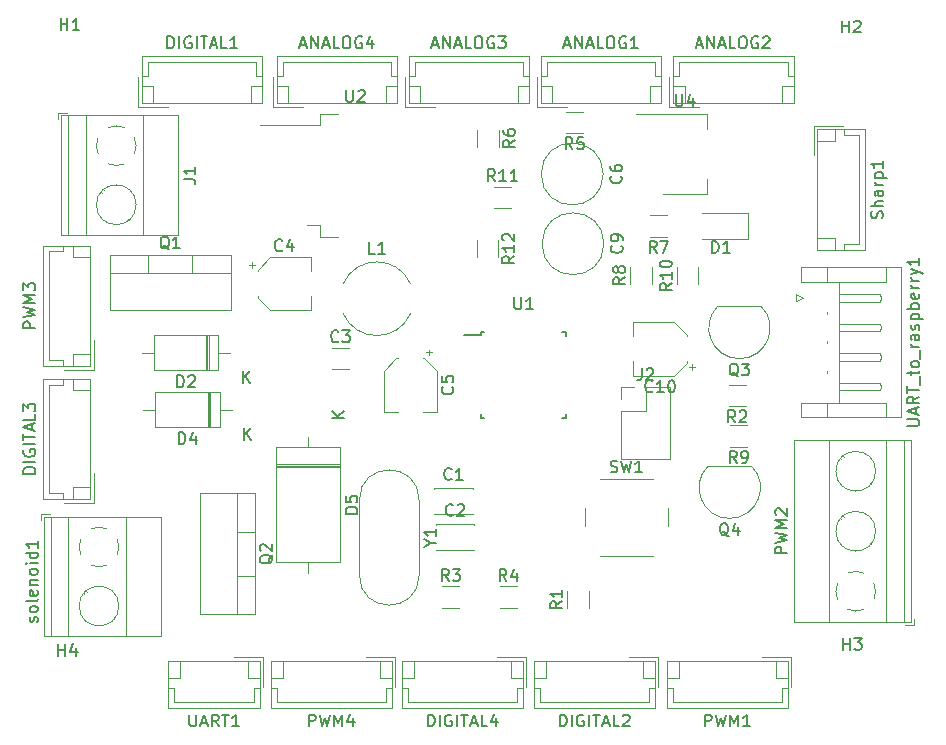
<source format=gbr>
%TF.GenerationSoftware,KiCad,Pcbnew,(5.1.8)-1*%
%TF.CreationDate,2021-09-09T16:11:34+01:00*%
%TF.ProjectId,OSC21,4f534332-312e-46b6-9963-61645f706362,rev?*%
%TF.SameCoordinates,Original*%
%TF.FileFunction,Legend,Top*%
%TF.FilePolarity,Positive*%
%FSLAX46Y46*%
G04 Gerber Fmt 4.6, Leading zero omitted, Abs format (unit mm)*
G04 Created by KiCad (PCBNEW (5.1.8)-1) date 2021-09-09 16:11:34*
%MOMM*%
%LPD*%
G01*
G04 APERTURE LIST*
%ADD10C,0.120000*%
%ADD11C,0.150000*%
G04 APERTURE END LIST*
D10*
%TO.C,DIGITAL3*%
X126816000Y-105803500D02*
X126816000Y-103303500D01*
X124316000Y-105803500D02*
X126816000Y-105803500D01*
X125016000Y-96283500D02*
X126516000Y-96283500D01*
X125016000Y-95283500D02*
X125016000Y-96283500D01*
X125016000Y-104503500D02*
X126516000Y-104503500D01*
X125016000Y-105503500D02*
X125016000Y-104503500D01*
X124206000Y-95783500D02*
X124206000Y-95283500D01*
X122996000Y-95783500D02*
X124206000Y-95783500D01*
X122996000Y-105003500D02*
X122996000Y-95783500D01*
X124206000Y-105003500D02*
X122996000Y-105003500D01*
X124206000Y-105503500D02*
X124206000Y-105003500D01*
X122496000Y-95283500D02*
X122496000Y-105503500D01*
X126516000Y-95283500D02*
X122496000Y-95283500D01*
X126516000Y-105503500D02*
X126516000Y-95283500D01*
X122496000Y-105503500D02*
X126516000Y-105503500D01*
%TO.C,PWM2*%
X196225500Y-116124000D02*
X196225500Y-115624000D01*
X195485500Y-116124000D02*
X196225500Y-116124000D01*
X192348500Y-104351000D02*
X192394500Y-104398000D01*
X190050500Y-102054000D02*
X190086500Y-102089000D01*
X192564500Y-104158000D02*
X192599500Y-104193000D01*
X190256500Y-101849000D02*
X190302500Y-101896000D01*
X192348500Y-109431000D02*
X192394500Y-109478000D01*
X190050500Y-107134000D02*
X190086500Y-107169000D01*
X192564500Y-109238000D02*
X192599500Y-109273000D01*
X190256500Y-106929000D02*
X190302500Y-106976000D01*
X186064500Y-100524000D02*
X195985500Y-100524000D01*
X186064500Y-115884000D02*
X195985500Y-115884000D01*
X195985500Y-115884000D02*
X195985500Y-100524000D01*
X186064500Y-115884000D02*
X186064500Y-100524000D01*
X189024500Y-115884000D02*
X189024500Y-100524000D01*
X193925500Y-115884000D02*
X193925500Y-100524000D01*
X195425500Y-115884000D02*
X195425500Y-100524000D01*
X193005500Y-103124000D02*
G75*
G03*
X193005500Y-103124000I-1680000J0D01*
G01*
X193005500Y-108204000D02*
G75*
G03*
X193005500Y-108204000I-1680000J0D01*
G01*
X193005753Y-113255195D02*
G75*
G02*
X192860500Y-113968000I-1680253J-28805D01*
G01*
X192008542Y-114819426D02*
G75*
G02*
X190641500Y-114819000I-683042J1535426D01*
G01*
X189790074Y-113967042D02*
G75*
G02*
X189790500Y-112600000I1535426J683042D01*
G01*
X190642458Y-111748574D02*
G75*
G02*
X192009500Y-111749000I683042J-1535426D01*
G01*
X192860256Y-112600682D02*
G75*
G02*
X193005500Y-113284000I-1534756J-683318D01*
G01*
%TO.C,PWM1*%
X185853500Y-118865500D02*
X183353500Y-118865500D01*
X185853500Y-121365500D02*
X185853500Y-118865500D01*
X176333500Y-120665500D02*
X176333500Y-119165500D01*
X175333500Y-120665500D02*
X176333500Y-120665500D01*
X184553500Y-120665500D02*
X184553500Y-119165500D01*
X185553500Y-120665500D02*
X184553500Y-120665500D01*
X175833500Y-121475500D02*
X175333500Y-121475500D01*
X175833500Y-122685500D02*
X175833500Y-121475500D01*
X185053500Y-122685500D02*
X175833500Y-122685500D01*
X185053500Y-121475500D02*
X185053500Y-122685500D01*
X185553500Y-121475500D02*
X185053500Y-121475500D01*
X175333500Y-123185500D02*
X185553500Y-123185500D01*
X175333500Y-119165500D02*
X175333500Y-123185500D01*
X185553500Y-119165500D02*
X175333500Y-119165500D01*
X185553500Y-123185500D02*
X185553500Y-119165500D01*
%TO.C,J1*%
X123814500Y-72765000D02*
X123814500Y-73265000D01*
X124554500Y-72765000D02*
X123814500Y-72765000D01*
X127691500Y-79338000D02*
X127645500Y-79291000D01*
X129989500Y-81635000D02*
X129953500Y-81600000D01*
X127475500Y-79531000D02*
X127440500Y-79496000D01*
X129783500Y-81840000D02*
X129737500Y-81793000D01*
X133975500Y-83125000D02*
X124054500Y-83125000D01*
X133975500Y-73005000D02*
X124054500Y-73005000D01*
X124054500Y-73005000D02*
X124054500Y-83125000D01*
X133975500Y-73005000D02*
X133975500Y-83125000D01*
X131015500Y-73005000D02*
X131015500Y-83125000D01*
X126114500Y-73005000D02*
X126114500Y-83125000D01*
X124614500Y-73005000D02*
X124614500Y-83125000D01*
X130394500Y-80565000D02*
G75*
G03*
X130394500Y-80565000I-1680000J0D01*
G01*
X127034247Y-75593805D02*
G75*
G02*
X127179500Y-74881000I1680253J28805D01*
G01*
X128031458Y-74029574D02*
G75*
G02*
X129398500Y-74030000I683042J-1535426D01*
G01*
X130249926Y-74881958D02*
G75*
G02*
X130249500Y-76249000I-1535426J-683042D01*
G01*
X129397542Y-77100426D02*
G75*
G02*
X128030500Y-77100000I-683042J1535426D01*
G01*
X127179744Y-76248318D02*
G75*
G02*
X127034500Y-75565000I1534756J683318D01*
G01*
%TO.C,DIGITAL2*%
X174614000Y-118865500D02*
X172114000Y-118865500D01*
X174614000Y-121365500D02*
X174614000Y-118865500D01*
X165094000Y-120665500D02*
X165094000Y-119165500D01*
X164094000Y-120665500D02*
X165094000Y-120665500D01*
X173314000Y-120665500D02*
X173314000Y-119165500D01*
X174314000Y-120665500D02*
X173314000Y-120665500D01*
X164594000Y-121475500D02*
X164094000Y-121475500D01*
X164594000Y-122685500D02*
X164594000Y-121475500D01*
X173814000Y-122685500D02*
X164594000Y-122685500D01*
X173814000Y-121475500D02*
X173814000Y-122685500D01*
X174314000Y-121475500D02*
X173814000Y-121475500D01*
X164094000Y-123185500D02*
X174314000Y-123185500D01*
X164094000Y-119165500D02*
X164094000Y-123185500D01*
X174314000Y-119165500D02*
X164094000Y-119165500D01*
X174314000Y-123185500D02*
X174314000Y-119165500D01*
%TO.C,C2*%
X159016500Y-109767000D02*
X159016500Y-109832000D01*
X159016500Y-107592000D02*
X159016500Y-107657000D01*
X155776500Y-109767000D02*
X155776500Y-109832000D01*
X155776500Y-107592000D02*
X155776500Y-107657000D01*
X155776500Y-109832000D02*
X159016500Y-109832000D01*
X155776500Y-107592000D02*
X159016500Y-107592000D01*
%TO.C,C1*%
X158889500Y-106719000D02*
X158889500Y-106784000D01*
X158889500Y-104544000D02*
X158889500Y-104609000D01*
X155649500Y-106719000D02*
X155649500Y-106784000D01*
X155649500Y-104544000D02*
X155649500Y-104609000D01*
X155649500Y-106784000D02*
X158889500Y-106784000D01*
X155649500Y-104544000D02*
X158889500Y-104544000D01*
%TO.C,Y1*%
X149303500Y-105539000D02*
X149303500Y-111939000D01*
X154353500Y-105539000D02*
X154353500Y-111939000D01*
X149303500Y-111939000D02*
G75*
G03*
X154353500Y-111939000I2525000J0D01*
G01*
X149303500Y-105539000D02*
G75*
G02*
X154353500Y-105539000I2525000J0D01*
G01*
%TO.C,U4*%
X172747500Y-72853500D02*
X178757500Y-72853500D01*
X174997500Y-79673500D02*
X178757500Y-79673500D01*
X178757500Y-72853500D02*
X178757500Y-74113500D01*
X178757500Y-79673500D02*
X178757500Y-78413500D01*
%TO.C,U2*%
X145999500Y-82310500D02*
X144899500Y-82310500D01*
X145999500Y-83260500D02*
X145999500Y-82310500D01*
X147499500Y-83260500D02*
X145999500Y-83260500D01*
X145999500Y-73810500D02*
X140874500Y-73810500D01*
X145999500Y-72860500D02*
X145999500Y-73810500D01*
X147499500Y-72860500D02*
X145999500Y-72860500D01*
D11*
%TO.C,U1*%
X159570000Y-91596000D02*
X158145000Y-91596000D01*
X166820000Y-91371000D02*
X166495000Y-91371000D01*
X166820000Y-98621000D02*
X166495000Y-98621000D01*
X159570000Y-98621000D02*
X159895000Y-98621000D01*
X159570000Y-91371000D02*
X159895000Y-91371000D01*
X159570000Y-98621000D02*
X159570000Y-98296000D01*
X166820000Y-98621000D02*
X166820000Y-98296000D01*
X166820000Y-91371000D02*
X166820000Y-91696000D01*
X159570000Y-91371000D02*
X159570000Y-91596000D01*
D10*
%TO.C,SW1*%
X175406000Y-107775000D02*
X175406000Y-106275000D01*
X174156000Y-103775000D02*
X169656000Y-103775000D01*
X168406000Y-106275000D02*
X168406000Y-107775000D01*
X169656000Y-110275000D02*
X174156000Y-110275000D01*
%TO.C,R12*%
X159237000Y-83537436D02*
X159237000Y-84991564D01*
X161057000Y-83537436D02*
X161057000Y-84991564D01*
%TO.C,R11*%
X160689936Y-80856500D02*
X162144064Y-80856500D01*
X160689936Y-79036500D02*
X162144064Y-79036500D01*
%TO.C,R10*%
X178011500Y-87277564D02*
X178011500Y-85823436D01*
X176191500Y-87277564D02*
X176191500Y-85823436D01*
%TO.C,R9*%
X182146564Y-99229500D02*
X180692436Y-99229500D01*
X182146564Y-101049500D02*
X180692436Y-101049500D01*
%TO.C,R8*%
X174074500Y-87277564D02*
X174074500Y-85823436D01*
X172254500Y-87277564D02*
X172254500Y-85823436D01*
%TO.C,R7*%
X175354064Y-81449500D02*
X173899936Y-81449500D01*
X175354064Y-83269500D02*
X173899936Y-83269500D01*
%TO.C,R6*%
X159300500Y-74200936D02*
X159300500Y-75655064D01*
X161120500Y-74200936D02*
X161120500Y-75655064D01*
%TO.C,R5*%
X168240064Y-72686500D02*
X166785936Y-72686500D01*
X168240064Y-74506500D02*
X166785936Y-74506500D01*
%TO.C,R4*%
X161197936Y-114702000D02*
X162652064Y-114702000D01*
X161197936Y-112882000D02*
X162652064Y-112882000D01*
%TO.C,R3*%
X156308436Y-114702000D02*
X157762564Y-114702000D01*
X156308436Y-112882000D02*
X157762564Y-112882000D01*
%TO.C,R2*%
X182019564Y-95800500D02*
X180565436Y-95800500D01*
X182019564Y-97620500D02*
X180565436Y-97620500D01*
%TO.C,R1*%
X168740500Y-114709564D02*
X168740500Y-113255436D01*
X166920500Y-114709564D02*
X166920500Y-113255436D01*
%TO.C,Q4*%
X182457500Y-102671000D02*
X178857500Y-102671000D01*
X178819022Y-102682522D02*
G75*
G03*
X180657500Y-107121000I1838478J-1838478D01*
G01*
X182495978Y-102682522D02*
G75*
G02*
X180657500Y-107121000I-1838478J-1838478D01*
G01*
%TO.C,Q3*%
X183283000Y-89145500D02*
X179683000Y-89145500D01*
X179644522Y-89157022D02*
G75*
G03*
X181483000Y-93595500I1838478J-1838478D01*
G01*
X183321478Y-89157022D02*
G75*
G02*
X181483000Y-93595500I-1838478J-1838478D01*
G01*
%TO.C,Q2*%
X140430000Y-111960000D02*
X138920000Y-111960000D01*
X140430000Y-108259000D02*
X138920000Y-108259000D01*
X138920000Y-104989000D02*
X138920000Y-115229000D01*
X140430000Y-115229000D02*
X135789000Y-115229000D01*
X140430000Y-104989000D02*
X135789000Y-104989000D01*
X135789000Y-104989000D02*
X135789000Y-115229000D01*
X140430000Y-104989000D02*
X140430000Y-115229000D01*
%TO.C,Q1*%
X135137500Y-84804500D02*
X135137500Y-86314500D01*
X131436500Y-84804500D02*
X131436500Y-86314500D01*
X128166500Y-86314500D02*
X138406500Y-86314500D01*
X138406500Y-84804500D02*
X138406500Y-89445500D01*
X128166500Y-84804500D02*
X128166500Y-89445500D01*
X128166500Y-89445500D02*
X138406500Y-89445500D01*
X128166500Y-84804500D02*
X138406500Y-84804500D01*
%TO.C,L1*%
X153634760Y-89779000D02*
G75*
G02*
X147926240Y-89779000I-2854260J1260000D01*
G01*
X153634760Y-87259000D02*
G75*
G03*
X147926240Y-87259000I-2854260J-1260000D01*
G01*
%TO.C,ANALOG4*%
X141997000Y-72269500D02*
X144497000Y-72269500D01*
X141997000Y-69769500D02*
X141997000Y-72269500D01*
X151517000Y-70469500D02*
X151517000Y-71969500D01*
X152517000Y-70469500D02*
X151517000Y-70469500D01*
X143297000Y-70469500D02*
X143297000Y-71969500D01*
X142297000Y-70469500D02*
X143297000Y-70469500D01*
X152017000Y-69659500D02*
X152517000Y-69659500D01*
X152017000Y-68449500D02*
X152017000Y-69659500D01*
X142797000Y-68449500D02*
X152017000Y-68449500D01*
X142797000Y-69659500D02*
X142797000Y-68449500D01*
X142297000Y-69659500D02*
X142797000Y-69659500D01*
X152517000Y-67949500D02*
X142297000Y-67949500D01*
X152517000Y-71969500D02*
X152517000Y-67949500D01*
X142297000Y-71969500D02*
X152517000Y-71969500D01*
X142297000Y-67949500D02*
X142297000Y-71969500D01*
%TO.C,ANALOG3*%
X153173000Y-72269500D02*
X155673000Y-72269500D01*
X153173000Y-69769500D02*
X153173000Y-72269500D01*
X162693000Y-70469500D02*
X162693000Y-71969500D01*
X163693000Y-70469500D02*
X162693000Y-70469500D01*
X154473000Y-70469500D02*
X154473000Y-71969500D01*
X153473000Y-70469500D02*
X154473000Y-70469500D01*
X163193000Y-69659500D02*
X163693000Y-69659500D01*
X163193000Y-68449500D02*
X163193000Y-69659500D01*
X153973000Y-68449500D02*
X163193000Y-68449500D01*
X153973000Y-69659500D02*
X153973000Y-68449500D01*
X153473000Y-69659500D02*
X153973000Y-69659500D01*
X163693000Y-67949500D02*
X153473000Y-67949500D01*
X163693000Y-71969500D02*
X163693000Y-67949500D01*
X153473000Y-71969500D02*
X163693000Y-71969500D01*
X153473000Y-67949500D02*
X153473000Y-71969500D01*
%TO.C,DIGITAL4*%
X163438000Y-118865500D02*
X160938000Y-118865500D01*
X163438000Y-121365500D02*
X163438000Y-118865500D01*
X153918000Y-120665500D02*
X153918000Y-119165500D01*
X152918000Y-120665500D02*
X153918000Y-120665500D01*
X162138000Y-120665500D02*
X162138000Y-119165500D01*
X163138000Y-120665500D02*
X162138000Y-120665500D01*
X153418000Y-121475500D02*
X152918000Y-121475500D01*
X153418000Y-122685500D02*
X153418000Y-121475500D01*
X162638000Y-122685500D02*
X153418000Y-122685500D01*
X162638000Y-121475500D02*
X162638000Y-122685500D01*
X163138000Y-121475500D02*
X162638000Y-121475500D01*
X152918000Y-123185500D02*
X163138000Y-123185500D01*
X152918000Y-119165500D02*
X152918000Y-123185500D01*
X163138000Y-119165500D02*
X152918000Y-119165500D01*
X163138000Y-123185500D02*
X163138000Y-119165500D01*
%TO.C,DIGITAL1*%
X130567000Y-72269500D02*
X133067000Y-72269500D01*
X130567000Y-69769500D02*
X130567000Y-72269500D01*
X140087000Y-70469500D02*
X140087000Y-71969500D01*
X141087000Y-70469500D02*
X140087000Y-70469500D01*
X131867000Y-70469500D02*
X131867000Y-71969500D01*
X130867000Y-70469500D02*
X131867000Y-70469500D01*
X140587000Y-69659500D02*
X141087000Y-69659500D01*
X140587000Y-68449500D02*
X140587000Y-69659500D01*
X131367000Y-68449500D02*
X140587000Y-68449500D01*
X131367000Y-69659500D02*
X131367000Y-68449500D01*
X130867000Y-69659500D02*
X131367000Y-69659500D01*
X141087000Y-67949500D02*
X130867000Y-67949500D01*
X141087000Y-71969500D02*
X141087000Y-67949500D01*
X130867000Y-71969500D02*
X141087000Y-71969500D01*
X130867000Y-67949500D02*
X130867000Y-71969500D01*
%TO.C,ANALOG2*%
X175541500Y-72269500D02*
X178041500Y-72269500D01*
X175541500Y-69769500D02*
X175541500Y-72269500D01*
X185061500Y-70469500D02*
X185061500Y-71969500D01*
X186061500Y-70469500D02*
X185061500Y-70469500D01*
X176841500Y-70469500D02*
X176841500Y-71969500D01*
X175841500Y-70469500D02*
X176841500Y-70469500D01*
X185561500Y-69659500D02*
X186061500Y-69659500D01*
X185561500Y-68449500D02*
X185561500Y-69659500D01*
X176341500Y-68449500D02*
X185561500Y-68449500D01*
X176341500Y-69659500D02*
X176341500Y-68449500D01*
X175841500Y-69659500D02*
X176341500Y-69659500D01*
X186061500Y-67949500D02*
X175841500Y-67949500D01*
X186061500Y-71969500D02*
X186061500Y-67949500D01*
X175841500Y-71969500D02*
X186061500Y-71969500D01*
X175841500Y-67949500D02*
X175841500Y-71969500D01*
%TO.C,ANALOG1*%
X164349000Y-72269500D02*
X166849000Y-72269500D01*
X164349000Y-69769500D02*
X164349000Y-72269500D01*
X173869000Y-70469500D02*
X173869000Y-71969500D01*
X174869000Y-70469500D02*
X173869000Y-70469500D01*
X165649000Y-70469500D02*
X165649000Y-71969500D01*
X164649000Y-70469500D02*
X165649000Y-70469500D01*
X174369000Y-69659500D02*
X174869000Y-69659500D01*
X174369000Y-68449500D02*
X174369000Y-69659500D01*
X165149000Y-68449500D02*
X174369000Y-68449500D01*
X165149000Y-69659500D02*
X165149000Y-68449500D01*
X164649000Y-69659500D02*
X165149000Y-69659500D01*
X174869000Y-67949500D02*
X164649000Y-67949500D01*
X174869000Y-71969500D02*
X174869000Y-67949500D01*
X164649000Y-71969500D02*
X174869000Y-71969500D01*
X164649000Y-67949500D02*
X164649000Y-71969500D01*
%TO.C,PWM4*%
X152325500Y-118865500D02*
X149825500Y-118865500D01*
X152325500Y-121365500D02*
X152325500Y-118865500D01*
X142805500Y-120665500D02*
X142805500Y-119165500D01*
X141805500Y-120665500D02*
X142805500Y-120665500D01*
X151025500Y-120665500D02*
X151025500Y-119165500D01*
X152025500Y-120665500D02*
X151025500Y-120665500D01*
X142305500Y-121475500D02*
X141805500Y-121475500D01*
X142305500Y-122685500D02*
X142305500Y-121475500D01*
X151525500Y-122685500D02*
X142305500Y-122685500D01*
X151525500Y-121475500D02*
X151525500Y-122685500D01*
X152025500Y-121475500D02*
X151525500Y-121475500D01*
X141805500Y-123185500D02*
X152025500Y-123185500D01*
X141805500Y-119165500D02*
X141805500Y-123185500D01*
X152025500Y-119165500D02*
X141805500Y-119165500D01*
X152025500Y-123185500D02*
X152025500Y-119165500D01*
%TO.C,PWM3*%
X126816000Y-94540500D02*
X126816000Y-92040500D01*
X124316000Y-94540500D02*
X126816000Y-94540500D01*
X125016000Y-85020500D02*
X126516000Y-85020500D01*
X125016000Y-84020500D02*
X125016000Y-85020500D01*
X125016000Y-93240500D02*
X126516000Y-93240500D01*
X125016000Y-94240500D02*
X125016000Y-93240500D01*
X124206000Y-84520500D02*
X124206000Y-84020500D01*
X122996000Y-84520500D02*
X124206000Y-84520500D01*
X122996000Y-93740500D02*
X122996000Y-84520500D01*
X124206000Y-93740500D02*
X122996000Y-93740500D01*
X124206000Y-94240500D02*
X124206000Y-93740500D01*
X122496000Y-84020500D02*
X122496000Y-94240500D01*
X126516000Y-84020500D02*
X122496000Y-84020500D01*
X126516000Y-94240500D02*
X126516000Y-84020500D01*
X122496000Y-94240500D02*
X126516000Y-94240500D01*
%TO.C,UART1*%
X141149500Y-118865500D02*
X138649500Y-118865500D01*
X141149500Y-121365500D02*
X141149500Y-118865500D01*
X134129500Y-120665500D02*
X134129500Y-119165500D01*
X133129500Y-120665500D02*
X134129500Y-120665500D01*
X139849500Y-120665500D02*
X139849500Y-119165500D01*
X140849500Y-120665500D02*
X139849500Y-120665500D01*
X133629500Y-121475500D02*
X133129500Y-121475500D01*
X133629500Y-122685500D02*
X133629500Y-121475500D01*
X140349500Y-122685500D02*
X133629500Y-122685500D01*
X140349500Y-121475500D02*
X140349500Y-122685500D01*
X140849500Y-121475500D02*
X140349500Y-121475500D01*
X133129500Y-123185500D02*
X140849500Y-123185500D01*
X133129500Y-119165500D02*
X133129500Y-123185500D01*
X140849500Y-119165500D02*
X133129500Y-119165500D01*
X140849500Y-123185500D02*
X140849500Y-119165500D01*
%TO.C,solenoid1*%
X122354000Y-106737500D02*
X122354000Y-107237500D01*
X123094000Y-106737500D02*
X122354000Y-106737500D01*
X126231000Y-113310500D02*
X126185000Y-113263500D01*
X128529000Y-115607500D02*
X128493000Y-115572500D01*
X126015000Y-113503500D02*
X125980000Y-113468500D01*
X128323000Y-115812500D02*
X128277000Y-115765500D01*
X132515000Y-117097500D02*
X122594000Y-117097500D01*
X132515000Y-106977500D02*
X122594000Y-106977500D01*
X122594000Y-106977500D02*
X122594000Y-117097500D01*
X132515000Y-106977500D02*
X132515000Y-117097500D01*
X129555000Y-106977500D02*
X129555000Y-117097500D01*
X124654000Y-106977500D02*
X124654000Y-117097500D01*
X123154000Y-106977500D02*
X123154000Y-117097500D01*
X128934000Y-114537500D02*
G75*
G03*
X128934000Y-114537500I-1680000J0D01*
G01*
X125573747Y-109566305D02*
G75*
G02*
X125719000Y-108853500I1680253J28805D01*
G01*
X126570958Y-108002074D02*
G75*
G02*
X127938000Y-108002500I683042J-1535426D01*
G01*
X128789426Y-108854458D02*
G75*
G02*
X128789000Y-110221500I-1535426J-683042D01*
G01*
X127937042Y-111072926D02*
G75*
G02*
X126570000Y-111072500I-683042J1535426D01*
G01*
X125719244Y-110220818D02*
G75*
G02*
X125574000Y-109537500I1534756J683318D01*
G01*
%TO.C,Sharp1*%
X187763000Y-73861500D02*
X187763000Y-76361500D01*
X190263000Y-73861500D02*
X187763000Y-73861500D01*
X189563000Y-83381500D02*
X188063000Y-83381500D01*
X189563000Y-84381500D02*
X189563000Y-83381500D01*
X189563000Y-75161500D02*
X188063000Y-75161500D01*
X189563000Y-74161500D02*
X189563000Y-75161500D01*
X190373000Y-83881500D02*
X190373000Y-84381500D01*
X191583000Y-83881500D02*
X190373000Y-83881500D01*
X191583000Y-74661500D02*
X191583000Y-83881500D01*
X190373000Y-74661500D02*
X191583000Y-74661500D01*
X190373000Y-74161500D02*
X190373000Y-74661500D01*
X192083000Y-84381500D02*
X192083000Y-74161500D01*
X188063000Y-84381500D02*
X192083000Y-84381500D01*
X188063000Y-74161500D02*
X188063000Y-84381500D01*
X192083000Y-74161500D02*
X188063000Y-74161500D01*
%TO.C,UART_to_raspberry1*%
X186241000Y-88755500D02*
X186841000Y-88455500D01*
X186241000Y-88155500D02*
X186241000Y-88755500D01*
X186841000Y-88455500D02*
X186241000Y-88155500D01*
X189931000Y-96275500D02*
X189931000Y-95955500D01*
X193351000Y-96275500D02*
X189931000Y-96275500D01*
X193431000Y-95955500D02*
X193351000Y-96275500D01*
X193351000Y-95635500D02*
X193431000Y-95955500D01*
X189931000Y-95635500D02*
X193351000Y-95635500D01*
X189931000Y-95955500D02*
X189931000Y-95635500D01*
X188931000Y-94625500D02*
X188931000Y-94785500D01*
X189931000Y-93775500D02*
X189931000Y-93455500D01*
X193351000Y-93775500D02*
X189931000Y-93775500D01*
X193431000Y-93455500D02*
X193351000Y-93775500D01*
X193351000Y-93135500D02*
X193431000Y-93455500D01*
X189931000Y-93135500D02*
X193351000Y-93135500D01*
X189931000Y-93455500D02*
X189931000Y-93135500D01*
X188931000Y-92125500D02*
X188931000Y-92285500D01*
X189931000Y-91275500D02*
X189931000Y-90955500D01*
X193351000Y-91275500D02*
X189931000Y-91275500D01*
X193431000Y-90955500D02*
X193351000Y-91275500D01*
X193351000Y-90635500D02*
X193431000Y-90955500D01*
X189931000Y-90635500D02*
X193351000Y-90635500D01*
X189931000Y-90955500D02*
X189931000Y-90635500D01*
X188931000Y-89625500D02*
X188931000Y-89785500D01*
X189931000Y-88775500D02*
X189931000Y-88455500D01*
X193351000Y-88775500D02*
X189931000Y-88775500D01*
X193431000Y-88455500D02*
X193351000Y-88775500D01*
X193351000Y-88135500D02*
X193431000Y-88455500D01*
X189931000Y-88135500D02*
X193351000Y-88135500D01*
X189931000Y-88455500D02*
X189931000Y-88135500D01*
X189931000Y-87065500D02*
X189931000Y-97345500D01*
X188931000Y-97345500D02*
X188931000Y-98565500D01*
X193931000Y-97345500D02*
X188931000Y-97345500D01*
X193931000Y-98565500D02*
X193931000Y-97345500D01*
X188931000Y-87065500D02*
X188931000Y-85845500D01*
X193931000Y-87065500D02*
X188931000Y-87065500D01*
X193931000Y-85845500D02*
X193931000Y-87065500D01*
X186731000Y-97345500D02*
X188931000Y-97345500D01*
X186731000Y-98565500D02*
X186731000Y-97345500D01*
X195151000Y-98565500D02*
X186731000Y-98565500D01*
X195151000Y-85845500D02*
X195151000Y-98565500D01*
X186731000Y-85845500D02*
X195151000Y-85845500D01*
X186731000Y-87065500D02*
X186731000Y-85845500D01*
X188931000Y-87065500D02*
X186731000Y-87065500D01*
%TO.C,J2*%
X171469500Y-95968000D02*
X172529500Y-95968000D01*
X171469500Y-97028000D02*
X171469500Y-95968000D01*
X173529500Y-95968000D02*
X175589500Y-95968000D01*
X173529500Y-98028000D02*
X173529500Y-95968000D01*
X171469500Y-98028000D02*
X173529500Y-98028000D01*
X175589500Y-95968000D02*
X175589500Y-102088000D01*
X171469500Y-98028000D02*
X171469500Y-102088000D01*
X171469500Y-102088000D02*
X175589500Y-102088000D01*
%TO.C,D5*%
X147690500Y-102536500D02*
X142250500Y-102536500D01*
X147690500Y-102776500D02*
X142250500Y-102776500D01*
X147690500Y-102656500D02*
X142250500Y-102656500D01*
X144970500Y-111761500D02*
X144970500Y-110851500D01*
X144970500Y-100201500D02*
X144970500Y-101111500D01*
X147690500Y-110851500D02*
X147690500Y-101111500D01*
X142250500Y-110851500D02*
X147690500Y-110851500D01*
X142250500Y-101111500D02*
X142250500Y-110851500D01*
X147690500Y-101111500D02*
X142250500Y-101111500D01*
%TO.C,D4*%
X136687000Y-99387000D02*
X136687000Y-96447000D01*
X136447000Y-99387000D02*
X136447000Y-96447000D01*
X136567000Y-99387000D02*
X136567000Y-96447000D01*
X131007000Y-97917000D02*
X132027000Y-97917000D01*
X138487000Y-97917000D02*
X137467000Y-97917000D01*
X132027000Y-99387000D02*
X137467000Y-99387000D01*
X132027000Y-96447000D02*
X132027000Y-99387000D01*
X137467000Y-96447000D02*
X132027000Y-96447000D01*
X137467000Y-99387000D02*
X137467000Y-96447000D01*
%TO.C,D2*%
X136560000Y-94561000D02*
X136560000Y-91621000D01*
X136320000Y-94561000D02*
X136320000Y-91621000D01*
X136440000Y-94561000D02*
X136440000Y-91621000D01*
X130880000Y-93091000D02*
X131900000Y-93091000D01*
X138360000Y-93091000D02*
X137340000Y-93091000D01*
X131900000Y-94561000D02*
X137340000Y-94561000D01*
X131900000Y-91621000D02*
X131900000Y-94561000D01*
X137340000Y-91621000D02*
X131900000Y-91621000D01*
X137340000Y-94561000D02*
X137340000Y-91621000D01*
%TO.C,D1*%
X182180500Y-81224500D02*
X178295500Y-81224500D01*
X182180500Y-83494500D02*
X182180500Y-81224500D01*
X178295500Y-83494500D02*
X182180500Y-83494500D01*
%TO.C,C10*%
X177502000Y-94583500D02*
X177502000Y-94083500D01*
X177752000Y-94333500D02*
X177252000Y-94333500D01*
X177012000Y-91577937D02*
X175947563Y-90513500D01*
X177012000Y-93969063D02*
X175947563Y-95033500D01*
X177012000Y-93969063D02*
X177012000Y-93833500D01*
X177012000Y-91577937D02*
X177012000Y-91713500D01*
X175947563Y-90513500D02*
X172492000Y-90513500D01*
X175947563Y-95033500D02*
X172492000Y-95033500D01*
X172492000Y-95033500D02*
X172492000Y-93833500D01*
X172492000Y-90513500D02*
X172492000Y-91713500D01*
%TO.C,C9*%
X170006000Y-83867500D02*
G75*
G03*
X170006000Y-83867500I-2620000J0D01*
G01*
%TO.C,C6*%
X169942500Y-77962000D02*
G75*
G03*
X169942500Y-77962000I-2620000J0D01*
G01*
%TO.C,C5*%
X155416500Y-93071500D02*
X154916500Y-93071500D01*
X155166500Y-92821500D02*
X155166500Y-93321500D01*
X152410937Y-93561500D02*
X151346500Y-94625937D01*
X154802063Y-93561500D02*
X155866500Y-94625937D01*
X154802063Y-93561500D02*
X154666500Y-93561500D01*
X152410937Y-93561500D02*
X152546500Y-93561500D01*
X151346500Y-94625937D02*
X151346500Y-98081500D01*
X155866500Y-94625937D02*
X155866500Y-98081500D01*
X155866500Y-98081500D02*
X154666500Y-98081500D01*
X151346500Y-98081500D02*
X152546500Y-98081500D01*
%TO.C,C4*%
X140188500Y-85439000D02*
X140188500Y-85939000D01*
X139938500Y-85689000D02*
X140438500Y-85689000D01*
X140678500Y-88444563D02*
X141742937Y-89509000D01*
X140678500Y-86053437D02*
X141742937Y-84989000D01*
X140678500Y-86053437D02*
X140678500Y-86189000D01*
X140678500Y-88444563D02*
X140678500Y-88309000D01*
X141742937Y-89509000D02*
X145198500Y-89509000D01*
X141742937Y-84989000D02*
X145198500Y-84989000D01*
X145198500Y-84989000D02*
X145198500Y-86189000D01*
X145198500Y-89509000D02*
X145198500Y-88309000D01*
%TO.C,C3*%
X146989748Y-94509000D02*
X148412252Y-94509000D01*
X146989748Y-92689000D02*
X148412252Y-92689000D01*
%TO.C,DIGITAL3*%
D11*
X121858380Y-103322071D02*
X120858380Y-103322071D01*
X120858380Y-103083976D01*
X120906000Y-102941119D01*
X121001238Y-102845880D01*
X121096476Y-102798261D01*
X121286952Y-102750642D01*
X121429809Y-102750642D01*
X121620285Y-102798261D01*
X121715523Y-102845880D01*
X121810761Y-102941119D01*
X121858380Y-103083976D01*
X121858380Y-103322071D01*
X121858380Y-102322071D02*
X120858380Y-102322071D01*
X120906000Y-101322071D02*
X120858380Y-101417309D01*
X120858380Y-101560166D01*
X120906000Y-101703023D01*
X121001238Y-101798261D01*
X121096476Y-101845880D01*
X121286952Y-101893500D01*
X121429809Y-101893500D01*
X121620285Y-101845880D01*
X121715523Y-101798261D01*
X121810761Y-101703023D01*
X121858380Y-101560166D01*
X121858380Y-101464928D01*
X121810761Y-101322071D01*
X121763142Y-101274452D01*
X121429809Y-101274452D01*
X121429809Y-101464928D01*
X121858380Y-100845880D02*
X120858380Y-100845880D01*
X120858380Y-100512547D02*
X120858380Y-99941119D01*
X121858380Y-100226833D02*
X120858380Y-100226833D01*
X121572666Y-99655404D02*
X121572666Y-99179214D01*
X121858380Y-99750642D02*
X120858380Y-99417309D01*
X121858380Y-99083976D01*
X121858380Y-98274452D02*
X121858380Y-98750642D01*
X120858380Y-98750642D01*
X120858380Y-98036357D02*
X120858380Y-97417309D01*
X121239333Y-97750642D01*
X121239333Y-97607785D01*
X121286952Y-97512547D01*
X121334571Y-97464928D01*
X121429809Y-97417309D01*
X121667904Y-97417309D01*
X121763142Y-97464928D01*
X121810761Y-97512547D01*
X121858380Y-97607785D01*
X121858380Y-97893500D01*
X121810761Y-97988738D01*
X121763142Y-98036357D01*
%TO.C,PWM2*%
X185517880Y-110084952D02*
X184517880Y-110084952D01*
X184517880Y-109704000D01*
X184565500Y-109608761D01*
X184613119Y-109561142D01*
X184708357Y-109513523D01*
X184851214Y-109513523D01*
X184946452Y-109561142D01*
X184994071Y-109608761D01*
X185041690Y-109704000D01*
X185041690Y-110084952D01*
X184517880Y-109180190D02*
X185517880Y-108942095D01*
X184803595Y-108751619D01*
X185517880Y-108561142D01*
X184517880Y-108323047D01*
X185517880Y-107942095D02*
X184517880Y-107942095D01*
X185232166Y-107608761D01*
X184517880Y-107275428D01*
X185517880Y-107275428D01*
X184613119Y-106846857D02*
X184565500Y-106799238D01*
X184517880Y-106704000D01*
X184517880Y-106465904D01*
X184565500Y-106370666D01*
X184613119Y-106323047D01*
X184708357Y-106275428D01*
X184803595Y-106275428D01*
X184946452Y-106323047D01*
X185517880Y-106894476D01*
X185517880Y-106275428D01*
%TO.C,PWM1*%
X178562547Y-124727880D02*
X178562547Y-123727880D01*
X178943500Y-123727880D01*
X179038738Y-123775500D01*
X179086357Y-123823119D01*
X179133976Y-123918357D01*
X179133976Y-124061214D01*
X179086357Y-124156452D01*
X179038738Y-124204071D01*
X178943500Y-124251690D01*
X178562547Y-124251690D01*
X179467309Y-123727880D02*
X179705404Y-124727880D01*
X179895880Y-124013595D01*
X180086357Y-124727880D01*
X180324452Y-123727880D01*
X180705404Y-124727880D02*
X180705404Y-123727880D01*
X181038738Y-124442166D01*
X181372071Y-123727880D01*
X181372071Y-124727880D01*
X182372071Y-124727880D02*
X181800642Y-124727880D01*
X182086357Y-124727880D02*
X182086357Y-123727880D01*
X181991119Y-123870738D01*
X181895880Y-123965976D01*
X181800642Y-124013595D01*
%TO.C,J1*%
X134426880Y-78398333D02*
X135141166Y-78398333D01*
X135284023Y-78445952D01*
X135379261Y-78541190D01*
X135426880Y-78684047D01*
X135426880Y-78779285D01*
X135426880Y-77398333D02*
X135426880Y-77969761D01*
X135426880Y-77684047D02*
X134426880Y-77684047D01*
X134569738Y-77779285D01*
X134664976Y-77874523D01*
X134712595Y-77969761D01*
%TO.C,DIGITAL2*%
X166275428Y-124727880D02*
X166275428Y-123727880D01*
X166513523Y-123727880D01*
X166656380Y-123775500D01*
X166751619Y-123870738D01*
X166799238Y-123965976D01*
X166846857Y-124156452D01*
X166846857Y-124299309D01*
X166799238Y-124489785D01*
X166751619Y-124585023D01*
X166656380Y-124680261D01*
X166513523Y-124727880D01*
X166275428Y-124727880D01*
X167275428Y-124727880D02*
X167275428Y-123727880D01*
X168275428Y-123775500D02*
X168180190Y-123727880D01*
X168037333Y-123727880D01*
X167894476Y-123775500D01*
X167799238Y-123870738D01*
X167751619Y-123965976D01*
X167704000Y-124156452D01*
X167704000Y-124299309D01*
X167751619Y-124489785D01*
X167799238Y-124585023D01*
X167894476Y-124680261D01*
X168037333Y-124727880D01*
X168132571Y-124727880D01*
X168275428Y-124680261D01*
X168323047Y-124632642D01*
X168323047Y-124299309D01*
X168132571Y-124299309D01*
X168751619Y-124727880D02*
X168751619Y-123727880D01*
X169084952Y-123727880D02*
X169656380Y-123727880D01*
X169370666Y-124727880D02*
X169370666Y-123727880D01*
X169942095Y-124442166D02*
X170418285Y-124442166D01*
X169846857Y-124727880D02*
X170180190Y-123727880D01*
X170513523Y-124727880D01*
X171323047Y-124727880D02*
X170846857Y-124727880D01*
X170846857Y-123727880D01*
X171608761Y-123823119D02*
X171656380Y-123775500D01*
X171751619Y-123727880D01*
X171989714Y-123727880D01*
X172084952Y-123775500D01*
X172132571Y-123823119D01*
X172180190Y-123918357D01*
X172180190Y-124013595D01*
X172132571Y-124156452D01*
X171561142Y-124727880D01*
X172180190Y-124727880D01*
%TO.C,C2*%
X157229833Y-106819142D02*
X157182214Y-106866761D01*
X157039357Y-106914380D01*
X156944119Y-106914380D01*
X156801261Y-106866761D01*
X156706023Y-106771523D01*
X156658404Y-106676285D01*
X156610785Y-106485809D01*
X156610785Y-106342952D01*
X156658404Y-106152476D01*
X156706023Y-106057238D01*
X156801261Y-105962000D01*
X156944119Y-105914380D01*
X157039357Y-105914380D01*
X157182214Y-105962000D01*
X157229833Y-106009619D01*
X157610785Y-106009619D02*
X157658404Y-105962000D01*
X157753642Y-105914380D01*
X157991738Y-105914380D01*
X158086976Y-105962000D01*
X158134595Y-106009619D01*
X158182214Y-106104857D01*
X158182214Y-106200095D01*
X158134595Y-106342952D01*
X157563166Y-106914380D01*
X158182214Y-106914380D01*
%TO.C,C1*%
X157102833Y-103771142D02*
X157055214Y-103818761D01*
X156912357Y-103866380D01*
X156817119Y-103866380D01*
X156674261Y-103818761D01*
X156579023Y-103723523D01*
X156531404Y-103628285D01*
X156483785Y-103437809D01*
X156483785Y-103294952D01*
X156531404Y-103104476D01*
X156579023Y-103009238D01*
X156674261Y-102914000D01*
X156817119Y-102866380D01*
X156912357Y-102866380D01*
X157055214Y-102914000D01*
X157102833Y-102961619D01*
X158055214Y-103866380D02*
X157483785Y-103866380D01*
X157769500Y-103866380D02*
X157769500Y-102866380D01*
X157674261Y-103009238D01*
X157579023Y-103104476D01*
X157483785Y-103152095D01*
%TO.C,Y1*%
X155329690Y-109215190D02*
X155805880Y-109215190D01*
X154805880Y-109548523D02*
X155329690Y-109215190D01*
X154805880Y-108881857D01*
X155805880Y-108024714D02*
X155805880Y-108596142D01*
X155805880Y-108310428D02*
X154805880Y-108310428D01*
X154948738Y-108405666D01*
X155043976Y-108500904D01*
X155091595Y-108596142D01*
%TO.C,U4*%
X176085595Y-71215880D02*
X176085595Y-72025404D01*
X176133214Y-72120642D01*
X176180833Y-72168261D01*
X176276071Y-72215880D01*
X176466547Y-72215880D01*
X176561785Y-72168261D01*
X176609404Y-72120642D01*
X176657023Y-72025404D01*
X176657023Y-71215880D01*
X177561785Y-71549214D02*
X177561785Y-72215880D01*
X177323690Y-71168261D02*
X177085595Y-71882547D01*
X177704642Y-71882547D01*
%TO.C,U2*%
X148187595Y-70862880D02*
X148187595Y-71672404D01*
X148235214Y-71767642D01*
X148282833Y-71815261D01*
X148378071Y-71862880D01*
X148568547Y-71862880D01*
X148663785Y-71815261D01*
X148711404Y-71767642D01*
X148759023Y-71672404D01*
X148759023Y-70862880D01*
X149187595Y-70958119D02*
X149235214Y-70910500D01*
X149330452Y-70862880D01*
X149568547Y-70862880D01*
X149663785Y-70910500D01*
X149711404Y-70958119D01*
X149759023Y-71053357D01*
X149759023Y-71148595D01*
X149711404Y-71291452D01*
X149139976Y-71862880D01*
X149759023Y-71862880D01*
%TO.C,U1*%
X162433095Y-88398380D02*
X162433095Y-89207904D01*
X162480714Y-89303142D01*
X162528333Y-89350761D01*
X162623571Y-89398380D01*
X162814047Y-89398380D01*
X162909285Y-89350761D01*
X162956904Y-89303142D01*
X163004523Y-89207904D01*
X163004523Y-88398380D01*
X164004523Y-89398380D02*
X163433095Y-89398380D01*
X163718809Y-89398380D02*
X163718809Y-88398380D01*
X163623571Y-88541238D01*
X163528333Y-88636476D01*
X163433095Y-88684095D01*
%TO.C,SW1*%
X170572666Y-103179761D02*
X170715523Y-103227380D01*
X170953619Y-103227380D01*
X171048857Y-103179761D01*
X171096476Y-103132142D01*
X171144095Y-103036904D01*
X171144095Y-102941666D01*
X171096476Y-102846428D01*
X171048857Y-102798809D01*
X170953619Y-102751190D01*
X170763142Y-102703571D01*
X170667904Y-102655952D01*
X170620285Y-102608333D01*
X170572666Y-102513095D01*
X170572666Y-102417857D01*
X170620285Y-102322619D01*
X170667904Y-102275000D01*
X170763142Y-102227380D01*
X171001238Y-102227380D01*
X171144095Y-102275000D01*
X171477428Y-102227380D02*
X171715523Y-103227380D01*
X171906000Y-102513095D01*
X172096476Y-103227380D01*
X172334571Y-102227380D01*
X173239333Y-103227380D02*
X172667904Y-103227380D01*
X172953619Y-103227380D02*
X172953619Y-102227380D01*
X172858380Y-102370238D01*
X172763142Y-102465476D01*
X172667904Y-102513095D01*
%TO.C,R12*%
X162419380Y-84907357D02*
X161943190Y-85240690D01*
X162419380Y-85478785D02*
X161419380Y-85478785D01*
X161419380Y-85097833D01*
X161467000Y-85002595D01*
X161514619Y-84954976D01*
X161609857Y-84907357D01*
X161752714Y-84907357D01*
X161847952Y-84954976D01*
X161895571Y-85002595D01*
X161943190Y-85097833D01*
X161943190Y-85478785D01*
X162419380Y-83954976D02*
X162419380Y-84526404D01*
X162419380Y-84240690D02*
X161419380Y-84240690D01*
X161562238Y-84335928D01*
X161657476Y-84431166D01*
X161705095Y-84526404D01*
X161514619Y-83574023D02*
X161467000Y-83526404D01*
X161419380Y-83431166D01*
X161419380Y-83193071D01*
X161467000Y-83097833D01*
X161514619Y-83050214D01*
X161609857Y-83002595D01*
X161705095Y-83002595D01*
X161847952Y-83050214D01*
X162419380Y-83621642D01*
X162419380Y-83002595D01*
%TO.C,R11*%
X160774142Y-78578880D02*
X160440809Y-78102690D01*
X160202714Y-78578880D02*
X160202714Y-77578880D01*
X160583666Y-77578880D01*
X160678904Y-77626500D01*
X160726523Y-77674119D01*
X160774142Y-77769357D01*
X160774142Y-77912214D01*
X160726523Y-78007452D01*
X160678904Y-78055071D01*
X160583666Y-78102690D01*
X160202714Y-78102690D01*
X161726523Y-78578880D02*
X161155095Y-78578880D01*
X161440809Y-78578880D02*
X161440809Y-77578880D01*
X161345571Y-77721738D01*
X161250333Y-77816976D01*
X161155095Y-77864595D01*
X162678904Y-78578880D02*
X162107476Y-78578880D01*
X162393190Y-78578880D02*
X162393190Y-77578880D01*
X162297952Y-77721738D01*
X162202714Y-77816976D01*
X162107476Y-77864595D01*
%TO.C,R10*%
X175733880Y-87193357D02*
X175257690Y-87526690D01*
X175733880Y-87764785D02*
X174733880Y-87764785D01*
X174733880Y-87383833D01*
X174781500Y-87288595D01*
X174829119Y-87240976D01*
X174924357Y-87193357D01*
X175067214Y-87193357D01*
X175162452Y-87240976D01*
X175210071Y-87288595D01*
X175257690Y-87383833D01*
X175257690Y-87764785D01*
X175733880Y-86240976D02*
X175733880Y-86812404D01*
X175733880Y-86526690D02*
X174733880Y-86526690D01*
X174876738Y-86621928D01*
X174971976Y-86717166D01*
X175019595Y-86812404D01*
X174733880Y-85621928D02*
X174733880Y-85526690D01*
X174781500Y-85431452D01*
X174829119Y-85383833D01*
X174924357Y-85336214D01*
X175114833Y-85288595D01*
X175352928Y-85288595D01*
X175543404Y-85336214D01*
X175638642Y-85383833D01*
X175686261Y-85431452D01*
X175733880Y-85526690D01*
X175733880Y-85621928D01*
X175686261Y-85717166D01*
X175638642Y-85764785D01*
X175543404Y-85812404D01*
X175352928Y-85860023D01*
X175114833Y-85860023D01*
X174924357Y-85812404D01*
X174829119Y-85764785D01*
X174781500Y-85717166D01*
X174733880Y-85621928D01*
%TO.C,R9*%
X181252833Y-102411880D02*
X180919500Y-101935690D01*
X180681404Y-102411880D02*
X180681404Y-101411880D01*
X181062357Y-101411880D01*
X181157595Y-101459500D01*
X181205214Y-101507119D01*
X181252833Y-101602357D01*
X181252833Y-101745214D01*
X181205214Y-101840452D01*
X181157595Y-101888071D01*
X181062357Y-101935690D01*
X180681404Y-101935690D01*
X181729023Y-102411880D02*
X181919500Y-102411880D01*
X182014738Y-102364261D01*
X182062357Y-102316642D01*
X182157595Y-102173785D01*
X182205214Y-101983309D01*
X182205214Y-101602357D01*
X182157595Y-101507119D01*
X182109976Y-101459500D01*
X182014738Y-101411880D01*
X181824261Y-101411880D01*
X181729023Y-101459500D01*
X181681404Y-101507119D01*
X181633785Y-101602357D01*
X181633785Y-101840452D01*
X181681404Y-101935690D01*
X181729023Y-101983309D01*
X181824261Y-102030928D01*
X182014738Y-102030928D01*
X182109976Y-101983309D01*
X182157595Y-101935690D01*
X182205214Y-101840452D01*
%TO.C,R8*%
X171796880Y-86717166D02*
X171320690Y-87050500D01*
X171796880Y-87288595D02*
X170796880Y-87288595D01*
X170796880Y-86907642D01*
X170844500Y-86812404D01*
X170892119Y-86764785D01*
X170987357Y-86717166D01*
X171130214Y-86717166D01*
X171225452Y-86764785D01*
X171273071Y-86812404D01*
X171320690Y-86907642D01*
X171320690Y-87288595D01*
X171225452Y-86145738D02*
X171177833Y-86240976D01*
X171130214Y-86288595D01*
X171034976Y-86336214D01*
X170987357Y-86336214D01*
X170892119Y-86288595D01*
X170844500Y-86240976D01*
X170796880Y-86145738D01*
X170796880Y-85955261D01*
X170844500Y-85860023D01*
X170892119Y-85812404D01*
X170987357Y-85764785D01*
X171034976Y-85764785D01*
X171130214Y-85812404D01*
X171177833Y-85860023D01*
X171225452Y-85955261D01*
X171225452Y-86145738D01*
X171273071Y-86240976D01*
X171320690Y-86288595D01*
X171415928Y-86336214D01*
X171606404Y-86336214D01*
X171701642Y-86288595D01*
X171749261Y-86240976D01*
X171796880Y-86145738D01*
X171796880Y-85955261D01*
X171749261Y-85860023D01*
X171701642Y-85812404D01*
X171606404Y-85764785D01*
X171415928Y-85764785D01*
X171320690Y-85812404D01*
X171273071Y-85860023D01*
X171225452Y-85955261D01*
%TO.C,R7*%
X174460333Y-84631880D02*
X174127000Y-84155690D01*
X173888904Y-84631880D02*
X173888904Y-83631880D01*
X174269857Y-83631880D01*
X174365095Y-83679500D01*
X174412714Y-83727119D01*
X174460333Y-83822357D01*
X174460333Y-83965214D01*
X174412714Y-84060452D01*
X174365095Y-84108071D01*
X174269857Y-84155690D01*
X173888904Y-84155690D01*
X174793666Y-83631880D02*
X175460333Y-83631880D01*
X175031761Y-84631880D01*
%TO.C,R6*%
X162482880Y-75094666D02*
X162006690Y-75428000D01*
X162482880Y-75666095D02*
X161482880Y-75666095D01*
X161482880Y-75285142D01*
X161530500Y-75189904D01*
X161578119Y-75142285D01*
X161673357Y-75094666D01*
X161816214Y-75094666D01*
X161911452Y-75142285D01*
X161959071Y-75189904D01*
X162006690Y-75285142D01*
X162006690Y-75666095D01*
X161482880Y-74237523D02*
X161482880Y-74428000D01*
X161530500Y-74523238D01*
X161578119Y-74570857D01*
X161720976Y-74666095D01*
X161911452Y-74713714D01*
X162292404Y-74713714D01*
X162387642Y-74666095D01*
X162435261Y-74618476D01*
X162482880Y-74523238D01*
X162482880Y-74332761D01*
X162435261Y-74237523D01*
X162387642Y-74189904D01*
X162292404Y-74142285D01*
X162054309Y-74142285D01*
X161959071Y-74189904D01*
X161911452Y-74237523D01*
X161863833Y-74332761D01*
X161863833Y-74523238D01*
X161911452Y-74618476D01*
X161959071Y-74666095D01*
X162054309Y-74713714D01*
%TO.C,R5*%
X167346333Y-75868880D02*
X167013000Y-75392690D01*
X166774904Y-75868880D02*
X166774904Y-74868880D01*
X167155857Y-74868880D01*
X167251095Y-74916500D01*
X167298714Y-74964119D01*
X167346333Y-75059357D01*
X167346333Y-75202214D01*
X167298714Y-75297452D01*
X167251095Y-75345071D01*
X167155857Y-75392690D01*
X166774904Y-75392690D01*
X168251095Y-74868880D02*
X167774904Y-74868880D01*
X167727285Y-75345071D01*
X167774904Y-75297452D01*
X167870142Y-75249833D01*
X168108238Y-75249833D01*
X168203476Y-75297452D01*
X168251095Y-75345071D01*
X168298714Y-75440309D01*
X168298714Y-75678404D01*
X168251095Y-75773642D01*
X168203476Y-75821261D01*
X168108238Y-75868880D01*
X167870142Y-75868880D01*
X167774904Y-75821261D01*
X167727285Y-75773642D01*
%TO.C,R4*%
X161758333Y-112424380D02*
X161425000Y-111948190D01*
X161186904Y-112424380D02*
X161186904Y-111424380D01*
X161567857Y-111424380D01*
X161663095Y-111472000D01*
X161710714Y-111519619D01*
X161758333Y-111614857D01*
X161758333Y-111757714D01*
X161710714Y-111852952D01*
X161663095Y-111900571D01*
X161567857Y-111948190D01*
X161186904Y-111948190D01*
X162615476Y-111757714D02*
X162615476Y-112424380D01*
X162377380Y-111376761D02*
X162139285Y-112091047D01*
X162758333Y-112091047D01*
%TO.C,R3*%
X156868833Y-112424380D02*
X156535500Y-111948190D01*
X156297404Y-112424380D02*
X156297404Y-111424380D01*
X156678357Y-111424380D01*
X156773595Y-111472000D01*
X156821214Y-111519619D01*
X156868833Y-111614857D01*
X156868833Y-111757714D01*
X156821214Y-111852952D01*
X156773595Y-111900571D01*
X156678357Y-111948190D01*
X156297404Y-111948190D01*
X157202166Y-111424380D02*
X157821214Y-111424380D01*
X157487880Y-111805333D01*
X157630738Y-111805333D01*
X157725976Y-111852952D01*
X157773595Y-111900571D01*
X157821214Y-111995809D01*
X157821214Y-112233904D01*
X157773595Y-112329142D01*
X157725976Y-112376761D01*
X157630738Y-112424380D01*
X157345023Y-112424380D01*
X157249785Y-112376761D01*
X157202166Y-112329142D01*
%TO.C,R2*%
X181125833Y-98982880D02*
X180792500Y-98506690D01*
X180554404Y-98982880D02*
X180554404Y-97982880D01*
X180935357Y-97982880D01*
X181030595Y-98030500D01*
X181078214Y-98078119D01*
X181125833Y-98173357D01*
X181125833Y-98316214D01*
X181078214Y-98411452D01*
X181030595Y-98459071D01*
X180935357Y-98506690D01*
X180554404Y-98506690D01*
X181506785Y-98078119D02*
X181554404Y-98030500D01*
X181649642Y-97982880D01*
X181887738Y-97982880D01*
X181982976Y-98030500D01*
X182030595Y-98078119D01*
X182078214Y-98173357D01*
X182078214Y-98268595D01*
X182030595Y-98411452D01*
X181459166Y-98982880D01*
X182078214Y-98982880D01*
%TO.C,R1*%
X166462880Y-114149166D02*
X165986690Y-114482500D01*
X166462880Y-114720595D02*
X165462880Y-114720595D01*
X165462880Y-114339642D01*
X165510500Y-114244404D01*
X165558119Y-114196785D01*
X165653357Y-114149166D01*
X165796214Y-114149166D01*
X165891452Y-114196785D01*
X165939071Y-114244404D01*
X165986690Y-114339642D01*
X165986690Y-114720595D01*
X166462880Y-113196785D02*
X166462880Y-113768214D01*
X166462880Y-113482500D02*
X165462880Y-113482500D01*
X165605738Y-113577738D01*
X165700976Y-113672976D01*
X165748595Y-113768214D01*
%TO.C,Q4*%
X180562261Y-108628619D02*
X180467023Y-108581000D01*
X180371785Y-108485761D01*
X180228928Y-108342904D01*
X180133690Y-108295285D01*
X180038452Y-108295285D01*
X180086071Y-108533380D02*
X179990833Y-108485761D01*
X179895595Y-108390523D01*
X179847976Y-108200047D01*
X179847976Y-107866714D01*
X179895595Y-107676238D01*
X179990833Y-107581000D01*
X180086071Y-107533380D01*
X180276547Y-107533380D01*
X180371785Y-107581000D01*
X180467023Y-107676238D01*
X180514642Y-107866714D01*
X180514642Y-108200047D01*
X180467023Y-108390523D01*
X180371785Y-108485761D01*
X180276547Y-108533380D01*
X180086071Y-108533380D01*
X181371785Y-107866714D02*
X181371785Y-108533380D01*
X181133690Y-107485761D02*
X180895595Y-108200047D01*
X181514642Y-108200047D01*
%TO.C,Q3*%
X181387761Y-95103119D02*
X181292523Y-95055500D01*
X181197285Y-94960261D01*
X181054428Y-94817404D01*
X180959190Y-94769785D01*
X180863952Y-94769785D01*
X180911571Y-95007880D02*
X180816333Y-94960261D01*
X180721095Y-94865023D01*
X180673476Y-94674547D01*
X180673476Y-94341214D01*
X180721095Y-94150738D01*
X180816333Y-94055500D01*
X180911571Y-94007880D01*
X181102047Y-94007880D01*
X181197285Y-94055500D01*
X181292523Y-94150738D01*
X181340142Y-94341214D01*
X181340142Y-94674547D01*
X181292523Y-94865023D01*
X181197285Y-94960261D01*
X181102047Y-95007880D01*
X180911571Y-95007880D01*
X181673476Y-94007880D02*
X182292523Y-94007880D01*
X181959190Y-94388833D01*
X182102047Y-94388833D01*
X182197285Y-94436452D01*
X182244904Y-94484071D01*
X182292523Y-94579309D01*
X182292523Y-94817404D01*
X182244904Y-94912642D01*
X182197285Y-94960261D01*
X182102047Y-95007880D01*
X181816333Y-95007880D01*
X181721095Y-94960261D01*
X181673476Y-94912642D01*
%TO.C,Q2*%
X141977619Y-110204238D02*
X141930000Y-110299476D01*
X141834761Y-110394714D01*
X141691904Y-110537571D01*
X141644285Y-110632809D01*
X141644285Y-110728047D01*
X141882380Y-110680428D02*
X141834761Y-110775666D01*
X141739523Y-110870904D01*
X141549047Y-110918523D01*
X141215714Y-110918523D01*
X141025238Y-110870904D01*
X140930000Y-110775666D01*
X140882380Y-110680428D01*
X140882380Y-110489952D01*
X140930000Y-110394714D01*
X141025238Y-110299476D01*
X141215714Y-110251857D01*
X141549047Y-110251857D01*
X141739523Y-110299476D01*
X141834761Y-110394714D01*
X141882380Y-110489952D01*
X141882380Y-110680428D01*
X140977619Y-109870904D02*
X140930000Y-109823285D01*
X140882380Y-109728047D01*
X140882380Y-109489952D01*
X140930000Y-109394714D01*
X140977619Y-109347095D01*
X141072857Y-109299476D01*
X141168095Y-109299476D01*
X141310952Y-109347095D01*
X141882380Y-109918523D01*
X141882380Y-109299476D01*
%TO.C,Q1*%
X133191261Y-84352119D02*
X133096023Y-84304500D01*
X133000785Y-84209261D01*
X132857928Y-84066404D01*
X132762690Y-84018785D01*
X132667452Y-84018785D01*
X132715071Y-84256880D02*
X132619833Y-84209261D01*
X132524595Y-84114023D01*
X132476976Y-83923547D01*
X132476976Y-83590214D01*
X132524595Y-83399738D01*
X132619833Y-83304500D01*
X132715071Y-83256880D01*
X132905547Y-83256880D01*
X133000785Y-83304500D01*
X133096023Y-83399738D01*
X133143642Y-83590214D01*
X133143642Y-83923547D01*
X133096023Y-84114023D01*
X133000785Y-84209261D01*
X132905547Y-84256880D01*
X132715071Y-84256880D01*
X134096023Y-84256880D02*
X133524595Y-84256880D01*
X133810309Y-84256880D02*
X133810309Y-83256880D01*
X133715071Y-83399738D01*
X133619833Y-83494976D01*
X133524595Y-83542595D01*
%TO.C,L1*%
X150613833Y-84721380D02*
X150137642Y-84721380D01*
X150137642Y-83721380D01*
X151470976Y-84721380D02*
X150899547Y-84721380D01*
X151185261Y-84721380D02*
X151185261Y-83721380D01*
X151090023Y-83864238D01*
X150994785Y-83959476D01*
X150899547Y-84007095D01*
%TO.C,ANALOG4*%
X144311761Y-67026166D02*
X144787952Y-67026166D01*
X144216523Y-67311880D02*
X144549857Y-66311880D01*
X144883190Y-67311880D01*
X145216523Y-67311880D02*
X145216523Y-66311880D01*
X145787952Y-67311880D01*
X145787952Y-66311880D01*
X146216523Y-67026166D02*
X146692714Y-67026166D01*
X146121285Y-67311880D02*
X146454619Y-66311880D01*
X146787952Y-67311880D01*
X147597476Y-67311880D02*
X147121285Y-67311880D01*
X147121285Y-66311880D01*
X148121285Y-66311880D02*
X148311761Y-66311880D01*
X148407000Y-66359500D01*
X148502238Y-66454738D01*
X148549857Y-66645214D01*
X148549857Y-66978547D01*
X148502238Y-67169023D01*
X148407000Y-67264261D01*
X148311761Y-67311880D01*
X148121285Y-67311880D01*
X148026047Y-67264261D01*
X147930809Y-67169023D01*
X147883190Y-66978547D01*
X147883190Y-66645214D01*
X147930809Y-66454738D01*
X148026047Y-66359500D01*
X148121285Y-66311880D01*
X149502238Y-66359500D02*
X149407000Y-66311880D01*
X149264142Y-66311880D01*
X149121285Y-66359500D01*
X149026047Y-66454738D01*
X148978428Y-66549976D01*
X148930809Y-66740452D01*
X148930809Y-66883309D01*
X148978428Y-67073785D01*
X149026047Y-67169023D01*
X149121285Y-67264261D01*
X149264142Y-67311880D01*
X149359380Y-67311880D01*
X149502238Y-67264261D01*
X149549857Y-67216642D01*
X149549857Y-66883309D01*
X149359380Y-66883309D01*
X150407000Y-66645214D02*
X150407000Y-67311880D01*
X150168904Y-66264261D02*
X149930809Y-66978547D01*
X150549857Y-66978547D01*
%TO.C,ANALOG3*%
X155487761Y-67026166D02*
X155963952Y-67026166D01*
X155392523Y-67311880D02*
X155725857Y-66311880D01*
X156059190Y-67311880D01*
X156392523Y-67311880D02*
X156392523Y-66311880D01*
X156963952Y-67311880D01*
X156963952Y-66311880D01*
X157392523Y-67026166D02*
X157868714Y-67026166D01*
X157297285Y-67311880D02*
X157630619Y-66311880D01*
X157963952Y-67311880D01*
X158773476Y-67311880D02*
X158297285Y-67311880D01*
X158297285Y-66311880D01*
X159297285Y-66311880D02*
X159487761Y-66311880D01*
X159583000Y-66359500D01*
X159678238Y-66454738D01*
X159725857Y-66645214D01*
X159725857Y-66978547D01*
X159678238Y-67169023D01*
X159583000Y-67264261D01*
X159487761Y-67311880D01*
X159297285Y-67311880D01*
X159202047Y-67264261D01*
X159106809Y-67169023D01*
X159059190Y-66978547D01*
X159059190Y-66645214D01*
X159106809Y-66454738D01*
X159202047Y-66359500D01*
X159297285Y-66311880D01*
X160678238Y-66359500D02*
X160583000Y-66311880D01*
X160440142Y-66311880D01*
X160297285Y-66359500D01*
X160202047Y-66454738D01*
X160154428Y-66549976D01*
X160106809Y-66740452D01*
X160106809Y-66883309D01*
X160154428Y-67073785D01*
X160202047Y-67169023D01*
X160297285Y-67264261D01*
X160440142Y-67311880D01*
X160535380Y-67311880D01*
X160678238Y-67264261D01*
X160725857Y-67216642D01*
X160725857Y-66883309D01*
X160535380Y-66883309D01*
X161059190Y-66311880D02*
X161678238Y-66311880D01*
X161344904Y-66692833D01*
X161487761Y-66692833D01*
X161583000Y-66740452D01*
X161630619Y-66788071D01*
X161678238Y-66883309D01*
X161678238Y-67121404D01*
X161630619Y-67216642D01*
X161583000Y-67264261D01*
X161487761Y-67311880D01*
X161202047Y-67311880D01*
X161106809Y-67264261D01*
X161059190Y-67216642D01*
%TO.C,DIGITAL4*%
X155099428Y-124727880D02*
X155099428Y-123727880D01*
X155337523Y-123727880D01*
X155480380Y-123775500D01*
X155575619Y-123870738D01*
X155623238Y-123965976D01*
X155670857Y-124156452D01*
X155670857Y-124299309D01*
X155623238Y-124489785D01*
X155575619Y-124585023D01*
X155480380Y-124680261D01*
X155337523Y-124727880D01*
X155099428Y-124727880D01*
X156099428Y-124727880D02*
X156099428Y-123727880D01*
X157099428Y-123775500D02*
X157004190Y-123727880D01*
X156861333Y-123727880D01*
X156718476Y-123775500D01*
X156623238Y-123870738D01*
X156575619Y-123965976D01*
X156528000Y-124156452D01*
X156528000Y-124299309D01*
X156575619Y-124489785D01*
X156623238Y-124585023D01*
X156718476Y-124680261D01*
X156861333Y-124727880D01*
X156956571Y-124727880D01*
X157099428Y-124680261D01*
X157147047Y-124632642D01*
X157147047Y-124299309D01*
X156956571Y-124299309D01*
X157575619Y-124727880D02*
X157575619Y-123727880D01*
X157908952Y-123727880D02*
X158480380Y-123727880D01*
X158194666Y-124727880D02*
X158194666Y-123727880D01*
X158766095Y-124442166D02*
X159242285Y-124442166D01*
X158670857Y-124727880D02*
X159004190Y-123727880D01*
X159337523Y-124727880D01*
X160147047Y-124727880D02*
X159670857Y-124727880D01*
X159670857Y-123727880D01*
X160908952Y-124061214D02*
X160908952Y-124727880D01*
X160670857Y-123680261D02*
X160432761Y-124394547D01*
X161051809Y-124394547D01*
%TO.C,DIGITAL1*%
X133048428Y-67311880D02*
X133048428Y-66311880D01*
X133286523Y-66311880D01*
X133429380Y-66359500D01*
X133524619Y-66454738D01*
X133572238Y-66549976D01*
X133619857Y-66740452D01*
X133619857Y-66883309D01*
X133572238Y-67073785D01*
X133524619Y-67169023D01*
X133429380Y-67264261D01*
X133286523Y-67311880D01*
X133048428Y-67311880D01*
X134048428Y-67311880D02*
X134048428Y-66311880D01*
X135048428Y-66359500D02*
X134953190Y-66311880D01*
X134810333Y-66311880D01*
X134667476Y-66359500D01*
X134572238Y-66454738D01*
X134524619Y-66549976D01*
X134477000Y-66740452D01*
X134477000Y-66883309D01*
X134524619Y-67073785D01*
X134572238Y-67169023D01*
X134667476Y-67264261D01*
X134810333Y-67311880D01*
X134905571Y-67311880D01*
X135048428Y-67264261D01*
X135096047Y-67216642D01*
X135096047Y-66883309D01*
X134905571Y-66883309D01*
X135524619Y-67311880D02*
X135524619Y-66311880D01*
X135857952Y-66311880D02*
X136429380Y-66311880D01*
X136143666Y-67311880D02*
X136143666Y-66311880D01*
X136715095Y-67026166D02*
X137191285Y-67026166D01*
X136619857Y-67311880D02*
X136953190Y-66311880D01*
X137286523Y-67311880D01*
X138096047Y-67311880D02*
X137619857Y-67311880D01*
X137619857Y-66311880D01*
X138953190Y-67311880D02*
X138381761Y-67311880D01*
X138667476Y-67311880D02*
X138667476Y-66311880D01*
X138572238Y-66454738D01*
X138477000Y-66549976D01*
X138381761Y-66597595D01*
%TO.C,ANALOG2*%
X177856261Y-67026166D02*
X178332452Y-67026166D01*
X177761023Y-67311880D02*
X178094357Y-66311880D01*
X178427690Y-67311880D01*
X178761023Y-67311880D02*
X178761023Y-66311880D01*
X179332452Y-67311880D01*
X179332452Y-66311880D01*
X179761023Y-67026166D02*
X180237214Y-67026166D01*
X179665785Y-67311880D02*
X179999119Y-66311880D01*
X180332452Y-67311880D01*
X181141976Y-67311880D02*
X180665785Y-67311880D01*
X180665785Y-66311880D01*
X181665785Y-66311880D02*
X181856261Y-66311880D01*
X181951500Y-66359500D01*
X182046738Y-66454738D01*
X182094357Y-66645214D01*
X182094357Y-66978547D01*
X182046738Y-67169023D01*
X181951500Y-67264261D01*
X181856261Y-67311880D01*
X181665785Y-67311880D01*
X181570547Y-67264261D01*
X181475309Y-67169023D01*
X181427690Y-66978547D01*
X181427690Y-66645214D01*
X181475309Y-66454738D01*
X181570547Y-66359500D01*
X181665785Y-66311880D01*
X183046738Y-66359500D02*
X182951500Y-66311880D01*
X182808642Y-66311880D01*
X182665785Y-66359500D01*
X182570547Y-66454738D01*
X182522928Y-66549976D01*
X182475309Y-66740452D01*
X182475309Y-66883309D01*
X182522928Y-67073785D01*
X182570547Y-67169023D01*
X182665785Y-67264261D01*
X182808642Y-67311880D01*
X182903880Y-67311880D01*
X183046738Y-67264261D01*
X183094357Y-67216642D01*
X183094357Y-66883309D01*
X182903880Y-66883309D01*
X183475309Y-66407119D02*
X183522928Y-66359500D01*
X183618166Y-66311880D01*
X183856261Y-66311880D01*
X183951500Y-66359500D01*
X183999119Y-66407119D01*
X184046738Y-66502357D01*
X184046738Y-66597595D01*
X183999119Y-66740452D01*
X183427690Y-67311880D01*
X184046738Y-67311880D01*
%TO.C,ANALOG1*%
X166663761Y-67026166D02*
X167139952Y-67026166D01*
X166568523Y-67311880D02*
X166901857Y-66311880D01*
X167235190Y-67311880D01*
X167568523Y-67311880D02*
X167568523Y-66311880D01*
X168139952Y-67311880D01*
X168139952Y-66311880D01*
X168568523Y-67026166D02*
X169044714Y-67026166D01*
X168473285Y-67311880D02*
X168806619Y-66311880D01*
X169139952Y-67311880D01*
X169949476Y-67311880D02*
X169473285Y-67311880D01*
X169473285Y-66311880D01*
X170473285Y-66311880D02*
X170663761Y-66311880D01*
X170759000Y-66359500D01*
X170854238Y-66454738D01*
X170901857Y-66645214D01*
X170901857Y-66978547D01*
X170854238Y-67169023D01*
X170759000Y-67264261D01*
X170663761Y-67311880D01*
X170473285Y-67311880D01*
X170378047Y-67264261D01*
X170282809Y-67169023D01*
X170235190Y-66978547D01*
X170235190Y-66645214D01*
X170282809Y-66454738D01*
X170378047Y-66359500D01*
X170473285Y-66311880D01*
X171854238Y-66359500D02*
X171759000Y-66311880D01*
X171616142Y-66311880D01*
X171473285Y-66359500D01*
X171378047Y-66454738D01*
X171330428Y-66549976D01*
X171282809Y-66740452D01*
X171282809Y-66883309D01*
X171330428Y-67073785D01*
X171378047Y-67169023D01*
X171473285Y-67264261D01*
X171616142Y-67311880D01*
X171711380Y-67311880D01*
X171854238Y-67264261D01*
X171901857Y-67216642D01*
X171901857Y-66883309D01*
X171711380Y-66883309D01*
X172854238Y-67311880D02*
X172282809Y-67311880D01*
X172568523Y-67311880D02*
X172568523Y-66311880D01*
X172473285Y-66454738D01*
X172378047Y-66549976D01*
X172282809Y-66597595D01*
%TO.C,PWM4*%
X145034547Y-124727880D02*
X145034547Y-123727880D01*
X145415500Y-123727880D01*
X145510738Y-123775500D01*
X145558357Y-123823119D01*
X145605976Y-123918357D01*
X145605976Y-124061214D01*
X145558357Y-124156452D01*
X145510738Y-124204071D01*
X145415500Y-124251690D01*
X145034547Y-124251690D01*
X145939309Y-123727880D02*
X146177404Y-124727880D01*
X146367880Y-124013595D01*
X146558357Y-124727880D01*
X146796452Y-123727880D01*
X147177404Y-124727880D02*
X147177404Y-123727880D01*
X147510738Y-124442166D01*
X147844071Y-123727880D01*
X147844071Y-124727880D01*
X148748833Y-124061214D02*
X148748833Y-124727880D01*
X148510738Y-123680261D02*
X148272642Y-124394547D01*
X148891690Y-124394547D01*
%TO.C,PWM3*%
X121858380Y-91011452D02*
X120858380Y-91011452D01*
X120858380Y-90630500D01*
X120906000Y-90535261D01*
X120953619Y-90487642D01*
X121048857Y-90440023D01*
X121191714Y-90440023D01*
X121286952Y-90487642D01*
X121334571Y-90535261D01*
X121382190Y-90630500D01*
X121382190Y-91011452D01*
X120858380Y-90106690D02*
X121858380Y-89868595D01*
X121144095Y-89678119D01*
X121858380Y-89487642D01*
X120858380Y-89249547D01*
X121858380Y-88868595D02*
X120858380Y-88868595D01*
X121572666Y-88535261D01*
X120858380Y-88201928D01*
X121858380Y-88201928D01*
X120858380Y-87820976D02*
X120858380Y-87201928D01*
X121239333Y-87535261D01*
X121239333Y-87392404D01*
X121286952Y-87297166D01*
X121334571Y-87249547D01*
X121429809Y-87201928D01*
X121667904Y-87201928D01*
X121763142Y-87249547D01*
X121810761Y-87297166D01*
X121858380Y-87392404D01*
X121858380Y-87678119D01*
X121810761Y-87773357D01*
X121763142Y-87820976D01*
%TO.C,UART1*%
X134918071Y-123727880D02*
X134918071Y-124537404D01*
X134965690Y-124632642D01*
X135013309Y-124680261D01*
X135108547Y-124727880D01*
X135299023Y-124727880D01*
X135394261Y-124680261D01*
X135441880Y-124632642D01*
X135489500Y-124537404D01*
X135489500Y-123727880D01*
X135918071Y-124442166D02*
X136394261Y-124442166D01*
X135822833Y-124727880D02*
X136156166Y-123727880D01*
X136489500Y-124727880D01*
X137394261Y-124727880D02*
X137060928Y-124251690D01*
X136822833Y-124727880D02*
X136822833Y-123727880D01*
X137203785Y-123727880D01*
X137299023Y-123775500D01*
X137346642Y-123823119D01*
X137394261Y-123918357D01*
X137394261Y-124061214D01*
X137346642Y-124156452D01*
X137299023Y-124204071D01*
X137203785Y-124251690D01*
X136822833Y-124251690D01*
X137679976Y-123727880D02*
X138251404Y-123727880D01*
X137965690Y-124727880D02*
X137965690Y-123727880D01*
X139108547Y-124727880D02*
X138537119Y-124727880D01*
X138822833Y-124727880D02*
X138822833Y-123727880D01*
X138727595Y-123870738D01*
X138632357Y-123965976D01*
X138537119Y-124013595D01*
%TO.C,solenoid1*%
X122007261Y-115887071D02*
X122054880Y-115791833D01*
X122054880Y-115601357D01*
X122007261Y-115506119D01*
X121912023Y-115458500D01*
X121864404Y-115458500D01*
X121769166Y-115506119D01*
X121721547Y-115601357D01*
X121721547Y-115744214D01*
X121673928Y-115839452D01*
X121578690Y-115887071D01*
X121531071Y-115887071D01*
X121435833Y-115839452D01*
X121388214Y-115744214D01*
X121388214Y-115601357D01*
X121435833Y-115506119D01*
X122054880Y-114887071D02*
X122007261Y-114982309D01*
X121959642Y-115029928D01*
X121864404Y-115077547D01*
X121578690Y-115077547D01*
X121483452Y-115029928D01*
X121435833Y-114982309D01*
X121388214Y-114887071D01*
X121388214Y-114744214D01*
X121435833Y-114648976D01*
X121483452Y-114601357D01*
X121578690Y-114553738D01*
X121864404Y-114553738D01*
X121959642Y-114601357D01*
X122007261Y-114648976D01*
X122054880Y-114744214D01*
X122054880Y-114887071D01*
X122054880Y-113982309D02*
X122007261Y-114077547D01*
X121912023Y-114125166D01*
X121054880Y-114125166D01*
X122007261Y-113220404D02*
X122054880Y-113315642D01*
X122054880Y-113506119D01*
X122007261Y-113601357D01*
X121912023Y-113648976D01*
X121531071Y-113648976D01*
X121435833Y-113601357D01*
X121388214Y-113506119D01*
X121388214Y-113315642D01*
X121435833Y-113220404D01*
X121531071Y-113172785D01*
X121626309Y-113172785D01*
X121721547Y-113648976D01*
X121388214Y-112744214D02*
X122054880Y-112744214D01*
X121483452Y-112744214D02*
X121435833Y-112696595D01*
X121388214Y-112601357D01*
X121388214Y-112458500D01*
X121435833Y-112363261D01*
X121531071Y-112315642D01*
X122054880Y-112315642D01*
X122054880Y-111696595D02*
X122007261Y-111791833D01*
X121959642Y-111839452D01*
X121864404Y-111887071D01*
X121578690Y-111887071D01*
X121483452Y-111839452D01*
X121435833Y-111791833D01*
X121388214Y-111696595D01*
X121388214Y-111553738D01*
X121435833Y-111458500D01*
X121483452Y-111410880D01*
X121578690Y-111363261D01*
X121864404Y-111363261D01*
X121959642Y-111410880D01*
X122007261Y-111458500D01*
X122054880Y-111553738D01*
X122054880Y-111696595D01*
X122054880Y-110934690D02*
X121388214Y-110934690D01*
X121054880Y-110934690D02*
X121102500Y-110982309D01*
X121150119Y-110934690D01*
X121102500Y-110887071D01*
X121054880Y-110934690D01*
X121150119Y-110934690D01*
X122054880Y-110029928D02*
X121054880Y-110029928D01*
X122007261Y-110029928D02*
X122054880Y-110125166D01*
X122054880Y-110315642D01*
X122007261Y-110410880D01*
X121959642Y-110458500D01*
X121864404Y-110506119D01*
X121578690Y-110506119D01*
X121483452Y-110458500D01*
X121435833Y-110410880D01*
X121388214Y-110315642D01*
X121388214Y-110125166D01*
X121435833Y-110029928D01*
X122054880Y-109029928D02*
X122054880Y-109601357D01*
X122054880Y-109315642D02*
X121054880Y-109315642D01*
X121197738Y-109410880D01*
X121292976Y-109506119D01*
X121340595Y-109601357D01*
%TO.C,Sharp1*%
X193577761Y-81700071D02*
X193625380Y-81557214D01*
X193625380Y-81319119D01*
X193577761Y-81223880D01*
X193530142Y-81176261D01*
X193434904Y-81128642D01*
X193339666Y-81128642D01*
X193244428Y-81176261D01*
X193196809Y-81223880D01*
X193149190Y-81319119D01*
X193101571Y-81509595D01*
X193053952Y-81604833D01*
X193006333Y-81652452D01*
X192911095Y-81700071D01*
X192815857Y-81700071D01*
X192720619Y-81652452D01*
X192673000Y-81604833D01*
X192625380Y-81509595D01*
X192625380Y-81271500D01*
X192673000Y-81128642D01*
X193625380Y-80700071D02*
X192625380Y-80700071D01*
X193625380Y-80271500D02*
X193101571Y-80271500D01*
X193006333Y-80319119D01*
X192958714Y-80414357D01*
X192958714Y-80557214D01*
X193006333Y-80652452D01*
X193053952Y-80700071D01*
X193625380Y-79366738D02*
X193101571Y-79366738D01*
X193006333Y-79414357D01*
X192958714Y-79509595D01*
X192958714Y-79700071D01*
X193006333Y-79795309D01*
X193577761Y-79366738D02*
X193625380Y-79461976D01*
X193625380Y-79700071D01*
X193577761Y-79795309D01*
X193482523Y-79842928D01*
X193387285Y-79842928D01*
X193292047Y-79795309D01*
X193244428Y-79700071D01*
X193244428Y-79461976D01*
X193196809Y-79366738D01*
X193625380Y-78890547D02*
X192958714Y-78890547D01*
X193149190Y-78890547D02*
X193053952Y-78842928D01*
X193006333Y-78795309D01*
X192958714Y-78700071D01*
X192958714Y-78604833D01*
X192958714Y-78271500D02*
X193958714Y-78271500D01*
X193006333Y-78271500D02*
X192958714Y-78176261D01*
X192958714Y-77985785D01*
X193006333Y-77890547D01*
X193053952Y-77842928D01*
X193149190Y-77795309D01*
X193434904Y-77795309D01*
X193530142Y-77842928D01*
X193577761Y-77890547D01*
X193625380Y-77985785D01*
X193625380Y-78176261D01*
X193577761Y-78271500D01*
X193625380Y-76842928D02*
X193625380Y-77414357D01*
X193625380Y-77128642D02*
X192625380Y-77128642D01*
X192768238Y-77223880D01*
X192863476Y-77319119D01*
X192911095Y-77414357D01*
%TO.C,UART_to_raspberry1*%
X195693380Y-99276928D02*
X196502904Y-99276928D01*
X196598142Y-99229309D01*
X196645761Y-99181690D01*
X196693380Y-99086452D01*
X196693380Y-98895976D01*
X196645761Y-98800738D01*
X196598142Y-98753119D01*
X196502904Y-98705500D01*
X195693380Y-98705500D01*
X196407666Y-98276928D02*
X196407666Y-97800738D01*
X196693380Y-98372166D02*
X195693380Y-98038833D01*
X196693380Y-97705500D01*
X196693380Y-96800738D02*
X196217190Y-97134071D01*
X196693380Y-97372166D02*
X195693380Y-97372166D01*
X195693380Y-96991214D01*
X195741000Y-96895976D01*
X195788619Y-96848357D01*
X195883857Y-96800738D01*
X196026714Y-96800738D01*
X196121952Y-96848357D01*
X196169571Y-96895976D01*
X196217190Y-96991214D01*
X196217190Y-97372166D01*
X195693380Y-96515023D02*
X195693380Y-95943595D01*
X196693380Y-96229309D02*
X195693380Y-96229309D01*
X196788619Y-95848357D02*
X196788619Y-95086452D01*
X196026714Y-94991214D02*
X196026714Y-94610261D01*
X195693380Y-94848357D02*
X196550523Y-94848357D01*
X196645761Y-94800738D01*
X196693380Y-94705500D01*
X196693380Y-94610261D01*
X196693380Y-94134071D02*
X196645761Y-94229309D01*
X196598142Y-94276928D01*
X196502904Y-94324547D01*
X196217190Y-94324547D01*
X196121952Y-94276928D01*
X196074333Y-94229309D01*
X196026714Y-94134071D01*
X196026714Y-93991214D01*
X196074333Y-93895976D01*
X196121952Y-93848357D01*
X196217190Y-93800738D01*
X196502904Y-93800738D01*
X196598142Y-93848357D01*
X196645761Y-93895976D01*
X196693380Y-93991214D01*
X196693380Y-94134071D01*
X196788619Y-93610261D02*
X196788619Y-92848357D01*
X196693380Y-92610261D02*
X196026714Y-92610261D01*
X196217190Y-92610261D02*
X196121952Y-92562642D01*
X196074333Y-92515023D01*
X196026714Y-92419785D01*
X196026714Y-92324547D01*
X196693380Y-91562642D02*
X196169571Y-91562642D01*
X196074333Y-91610261D01*
X196026714Y-91705500D01*
X196026714Y-91895976D01*
X196074333Y-91991214D01*
X196645761Y-91562642D02*
X196693380Y-91657880D01*
X196693380Y-91895976D01*
X196645761Y-91991214D01*
X196550523Y-92038833D01*
X196455285Y-92038833D01*
X196360047Y-91991214D01*
X196312428Y-91895976D01*
X196312428Y-91657880D01*
X196264809Y-91562642D01*
X196645761Y-91134071D02*
X196693380Y-91038833D01*
X196693380Y-90848357D01*
X196645761Y-90753119D01*
X196550523Y-90705500D01*
X196502904Y-90705500D01*
X196407666Y-90753119D01*
X196360047Y-90848357D01*
X196360047Y-90991214D01*
X196312428Y-91086452D01*
X196217190Y-91134071D01*
X196169571Y-91134071D01*
X196074333Y-91086452D01*
X196026714Y-90991214D01*
X196026714Y-90848357D01*
X196074333Y-90753119D01*
X196026714Y-90276928D02*
X197026714Y-90276928D01*
X196074333Y-90276928D02*
X196026714Y-90181690D01*
X196026714Y-89991214D01*
X196074333Y-89895976D01*
X196121952Y-89848357D01*
X196217190Y-89800738D01*
X196502904Y-89800738D01*
X196598142Y-89848357D01*
X196645761Y-89895976D01*
X196693380Y-89991214D01*
X196693380Y-90181690D01*
X196645761Y-90276928D01*
X196693380Y-89372166D02*
X195693380Y-89372166D01*
X196074333Y-89372166D02*
X196026714Y-89276928D01*
X196026714Y-89086452D01*
X196074333Y-88991214D01*
X196121952Y-88943595D01*
X196217190Y-88895976D01*
X196502904Y-88895976D01*
X196598142Y-88943595D01*
X196645761Y-88991214D01*
X196693380Y-89086452D01*
X196693380Y-89276928D01*
X196645761Y-89372166D01*
X196645761Y-88086452D02*
X196693380Y-88181690D01*
X196693380Y-88372166D01*
X196645761Y-88467404D01*
X196550523Y-88515023D01*
X196169571Y-88515023D01*
X196074333Y-88467404D01*
X196026714Y-88372166D01*
X196026714Y-88181690D01*
X196074333Y-88086452D01*
X196169571Y-88038833D01*
X196264809Y-88038833D01*
X196360047Y-88515023D01*
X196693380Y-87610261D02*
X196026714Y-87610261D01*
X196217190Y-87610261D02*
X196121952Y-87562642D01*
X196074333Y-87515023D01*
X196026714Y-87419785D01*
X196026714Y-87324547D01*
X196693380Y-86991214D02*
X196026714Y-86991214D01*
X196217190Y-86991214D02*
X196121952Y-86943595D01*
X196074333Y-86895976D01*
X196026714Y-86800738D01*
X196026714Y-86705500D01*
X196026714Y-86467404D02*
X196693380Y-86229309D01*
X196026714Y-85991214D02*
X196693380Y-86229309D01*
X196931476Y-86324547D01*
X196979095Y-86372166D01*
X197026714Y-86467404D01*
X196693380Y-85086452D02*
X196693380Y-85657880D01*
X196693380Y-85372166D02*
X195693380Y-85372166D01*
X195836238Y-85467404D01*
X195931476Y-85562642D01*
X195979095Y-85657880D01*
%TO.C,J2*%
X173196166Y-94420380D02*
X173196166Y-95134666D01*
X173148547Y-95277523D01*
X173053309Y-95372761D01*
X172910452Y-95420380D01*
X172815214Y-95420380D01*
X173624738Y-94515619D02*
X173672357Y-94468000D01*
X173767595Y-94420380D01*
X174005690Y-94420380D01*
X174100928Y-94468000D01*
X174148547Y-94515619D01*
X174196166Y-94610857D01*
X174196166Y-94706095D01*
X174148547Y-94848952D01*
X173577119Y-95420380D01*
X174196166Y-95420380D01*
%TO.C,H4*%
X123825095Y-118745380D02*
X123825095Y-117745380D01*
X123825095Y-118221571D02*
X124396523Y-118221571D01*
X124396523Y-118745380D02*
X124396523Y-117745380D01*
X125301285Y-118078714D02*
X125301285Y-118745380D01*
X125063190Y-117697761D02*
X124825095Y-118412047D01*
X125444142Y-118412047D01*
%TO.C,H3*%
X190246095Y-118237380D02*
X190246095Y-117237380D01*
X190246095Y-117713571D02*
X190817523Y-117713571D01*
X190817523Y-118237380D02*
X190817523Y-117237380D01*
X191198476Y-117237380D02*
X191817523Y-117237380D01*
X191484190Y-117618333D01*
X191627047Y-117618333D01*
X191722285Y-117665952D01*
X191769904Y-117713571D01*
X191817523Y-117808809D01*
X191817523Y-118046904D01*
X191769904Y-118142142D01*
X191722285Y-118189761D01*
X191627047Y-118237380D01*
X191341333Y-118237380D01*
X191246095Y-118189761D01*
X191198476Y-118142142D01*
%TO.C,H2*%
X190182595Y-65976880D02*
X190182595Y-64976880D01*
X190182595Y-65453071D02*
X190754023Y-65453071D01*
X190754023Y-65976880D02*
X190754023Y-64976880D01*
X191182595Y-65072119D02*
X191230214Y-65024500D01*
X191325452Y-64976880D01*
X191563547Y-64976880D01*
X191658785Y-65024500D01*
X191706404Y-65072119D01*
X191754023Y-65167357D01*
X191754023Y-65262595D01*
X191706404Y-65405452D01*
X191134976Y-65976880D01*
X191754023Y-65976880D01*
%TO.C,H1*%
X124015595Y-65786380D02*
X124015595Y-64786380D01*
X124015595Y-65262571D02*
X124587023Y-65262571D01*
X124587023Y-65786380D02*
X124587023Y-64786380D01*
X125587023Y-65786380D02*
X125015595Y-65786380D01*
X125301309Y-65786380D02*
X125301309Y-64786380D01*
X125206071Y-64929238D01*
X125110833Y-65024476D01*
X125015595Y-65072095D01*
%TO.C,D5*%
X149142880Y-106719595D02*
X148142880Y-106719595D01*
X148142880Y-106481500D01*
X148190500Y-106338642D01*
X148285738Y-106243404D01*
X148380976Y-106195785D01*
X148571452Y-106148166D01*
X148714309Y-106148166D01*
X148904785Y-106195785D01*
X149000023Y-106243404D01*
X149095261Y-106338642D01*
X149142880Y-106481500D01*
X149142880Y-106719595D01*
X148142880Y-105243404D02*
X148142880Y-105719595D01*
X148619071Y-105767214D01*
X148571452Y-105719595D01*
X148523833Y-105624357D01*
X148523833Y-105386261D01*
X148571452Y-105291023D01*
X148619071Y-105243404D01*
X148714309Y-105195785D01*
X148952404Y-105195785D01*
X149047642Y-105243404D01*
X149095261Y-105291023D01*
X149142880Y-105386261D01*
X149142880Y-105624357D01*
X149095261Y-105719595D01*
X149047642Y-105767214D01*
X148022880Y-98623404D02*
X147022880Y-98623404D01*
X148022880Y-98051976D02*
X147451452Y-98480547D01*
X147022880Y-98051976D02*
X147594309Y-98623404D01*
%TO.C,D4*%
X134008904Y-100839380D02*
X134008904Y-99839380D01*
X134247000Y-99839380D01*
X134389857Y-99887000D01*
X134485095Y-99982238D01*
X134532714Y-100077476D01*
X134580333Y-100267952D01*
X134580333Y-100410809D01*
X134532714Y-100601285D01*
X134485095Y-100696523D01*
X134389857Y-100791761D01*
X134247000Y-100839380D01*
X134008904Y-100839380D01*
X135437476Y-100172714D02*
X135437476Y-100839380D01*
X135199380Y-99791761D02*
X134961285Y-100506047D01*
X135580333Y-100506047D01*
X139565095Y-100469380D02*
X139565095Y-99469380D01*
X140136523Y-100469380D02*
X139707952Y-99897952D01*
X140136523Y-99469380D02*
X139565095Y-100040809D01*
%TO.C,D2*%
X133881904Y-96013380D02*
X133881904Y-95013380D01*
X134120000Y-95013380D01*
X134262857Y-95061000D01*
X134358095Y-95156238D01*
X134405714Y-95251476D01*
X134453333Y-95441952D01*
X134453333Y-95584809D01*
X134405714Y-95775285D01*
X134358095Y-95870523D01*
X134262857Y-95965761D01*
X134120000Y-96013380D01*
X133881904Y-96013380D01*
X134834285Y-95108619D02*
X134881904Y-95061000D01*
X134977142Y-95013380D01*
X135215238Y-95013380D01*
X135310476Y-95061000D01*
X135358095Y-95108619D01*
X135405714Y-95203857D01*
X135405714Y-95299095D01*
X135358095Y-95441952D01*
X134786666Y-96013380D01*
X135405714Y-96013380D01*
X139438095Y-95643380D02*
X139438095Y-94643380D01*
X140009523Y-95643380D02*
X139580952Y-95071952D01*
X140009523Y-94643380D02*
X139438095Y-95214809D01*
%TO.C,D1*%
X179157404Y-84631880D02*
X179157404Y-83631880D01*
X179395500Y-83631880D01*
X179538357Y-83679500D01*
X179633595Y-83774738D01*
X179681214Y-83869976D01*
X179728833Y-84060452D01*
X179728833Y-84203309D01*
X179681214Y-84393785D01*
X179633595Y-84489023D01*
X179538357Y-84584261D01*
X179395500Y-84631880D01*
X179157404Y-84631880D01*
X180681214Y-84631880D02*
X180109785Y-84631880D01*
X180395500Y-84631880D02*
X180395500Y-83631880D01*
X180300261Y-83774738D01*
X180205023Y-83869976D01*
X180109785Y-83917595D01*
%TO.C,C10*%
X174109142Y-96330642D02*
X174061523Y-96378261D01*
X173918666Y-96425880D01*
X173823428Y-96425880D01*
X173680571Y-96378261D01*
X173585333Y-96283023D01*
X173537714Y-96187785D01*
X173490095Y-95997309D01*
X173490095Y-95854452D01*
X173537714Y-95663976D01*
X173585333Y-95568738D01*
X173680571Y-95473500D01*
X173823428Y-95425880D01*
X173918666Y-95425880D01*
X174061523Y-95473500D01*
X174109142Y-95521119D01*
X175061523Y-96425880D02*
X174490095Y-96425880D01*
X174775809Y-96425880D02*
X174775809Y-95425880D01*
X174680571Y-95568738D01*
X174585333Y-95663976D01*
X174490095Y-95711595D01*
X175680571Y-95425880D02*
X175775809Y-95425880D01*
X175871047Y-95473500D01*
X175918666Y-95521119D01*
X175966285Y-95616357D01*
X176013904Y-95806833D01*
X176013904Y-96044928D01*
X175966285Y-96235404D01*
X175918666Y-96330642D01*
X175871047Y-96378261D01*
X175775809Y-96425880D01*
X175680571Y-96425880D01*
X175585333Y-96378261D01*
X175537714Y-96330642D01*
X175490095Y-96235404D01*
X175442476Y-96044928D01*
X175442476Y-95806833D01*
X175490095Y-95616357D01*
X175537714Y-95521119D01*
X175585333Y-95473500D01*
X175680571Y-95425880D01*
%TO.C,C9*%
X171493142Y-84034166D02*
X171540761Y-84081785D01*
X171588380Y-84224642D01*
X171588380Y-84319880D01*
X171540761Y-84462738D01*
X171445523Y-84557976D01*
X171350285Y-84605595D01*
X171159809Y-84653214D01*
X171016952Y-84653214D01*
X170826476Y-84605595D01*
X170731238Y-84557976D01*
X170636000Y-84462738D01*
X170588380Y-84319880D01*
X170588380Y-84224642D01*
X170636000Y-84081785D01*
X170683619Y-84034166D01*
X171588380Y-83557976D02*
X171588380Y-83367500D01*
X171540761Y-83272261D01*
X171493142Y-83224642D01*
X171350285Y-83129404D01*
X171159809Y-83081785D01*
X170778857Y-83081785D01*
X170683619Y-83129404D01*
X170636000Y-83177023D01*
X170588380Y-83272261D01*
X170588380Y-83462738D01*
X170636000Y-83557976D01*
X170683619Y-83605595D01*
X170778857Y-83653214D01*
X171016952Y-83653214D01*
X171112190Y-83605595D01*
X171159809Y-83557976D01*
X171207428Y-83462738D01*
X171207428Y-83272261D01*
X171159809Y-83177023D01*
X171112190Y-83129404D01*
X171016952Y-83081785D01*
%TO.C,C6*%
X171429642Y-78128666D02*
X171477261Y-78176285D01*
X171524880Y-78319142D01*
X171524880Y-78414380D01*
X171477261Y-78557238D01*
X171382023Y-78652476D01*
X171286785Y-78700095D01*
X171096309Y-78747714D01*
X170953452Y-78747714D01*
X170762976Y-78700095D01*
X170667738Y-78652476D01*
X170572500Y-78557238D01*
X170524880Y-78414380D01*
X170524880Y-78319142D01*
X170572500Y-78176285D01*
X170620119Y-78128666D01*
X170524880Y-77271523D02*
X170524880Y-77462000D01*
X170572500Y-77557238D01*
X170620119Y-77604857D01*
X170762976Y-77700095D01*
X170953452Y-77747714D01*
X171334404Y-77747714D01*
X171429642Y-77700095D01*
X171477261Y-77652476D01*
X171524880Y-77557238D01*
X171524880Y-77366761D01*
X171477261Y-77271523D01*
X171429642Y-77223904D01*
X171334404Y-77176285D01*
X171096309Y-77176285D01*
X171001071Y-77223904D01*
X170953452Y-77271523D01*
X170905833Y-77366761D01*
X170905833Y-77557238D01*
X170953452Y-77652476D01*
X171001071Y-77700095D01*
X171096309Y-77747714D01*
%TO.C,C5*%
X157163642Y-95988166D02*
X157211261Y-96035785D01*
X157258880Y-96178642D01*
X157258880Y-96273880D01*
X157211261Y-96416738D01*
X157116023Y-96511976D01*
X157020785Y-96559595D01*
X156830309Y-96607214D01*
X156687452Y-96607214D01*
X156496976Y-96559595D01*
X156401738Y-96511976D01*
X156306500Y-96416738D01*
X156258880Y-96273880D01*
X156258880Y-96178642D01*
X156306500Y-96035785D01*
X156354119Y-95988166D01*
X156258880Y-95083404D02*
X156258880Y-95559595D01*
X156735071Y-95607214D01*
X156687452Y-95559595D01*
X156639833Y-95464357D01*
X156639833Y-95226261D01*
X156687452Y-95131023D01*
X156735071Y-95083404D01*
X156830309Y-95035785D01*
X157068404Y-95035785D01*
X157163642Y-95083404D01*
X157211261Y-95131023D01*
X157258880Y-95226261D01*
X157258880Y-95464357D01*
X157211261Y-95559595D01*
X157163642Y-95607214D01*
%TO.C,C4*%
X142771833Y-84406142D02*
X142724214Y-84453761D01*
X142581357Y-84501380D01*
X142486119Y-84501380D01*
X142343261Y-84453761D01*
X142248023Y-84358523D01*
X142200404Y-84263285D01*
X142152785Y-84072809D01*
X142152785Y-83929952D01*
X142200404Y-83739476D01*
X142248023Y-83644238D01*
X142343261Y-83549000D01*
X142486119Y-83501380D01*
X142581357Y-83501380D01*
X142724214Y-83549000D01*
X142771833Y-83596619D01*
X143628976Y-83834714D02*
X143628976Y-84501380D01*
X143390880Y-83453761D02*
X143152785Y-84168047D01*
X143771833Y-84168047D01*
%TO.C,C3*%
X147534333Y-92106142D02*
X147486714Y-92153761D01*
X147343857Y-92201380D01*
X147248619Y-92201380D01*
X147105761Y-92153761D01*
X147010523Y-92058523D01*
X146962904Y-91963285D01*
X146915285Y-91772809D01*
X146915285Y-91629952D01*
X146962904Y-91439476D01*
X147010523Y-91344238D01*
X147105761Y-91249000D01*
X147248619Y-91201380D01*
X147343857Y-91201380D01*
X147486714Y-91249000D01*
X147534333Y-91296619D01*
X147867666Y-91201380D02*
X148486714Y-91201380D01*
X148153380Y-91582333D01*
X148296238Y-91582333D01*
X148391476Y-91629952D01*
X148439095Y-91677571D01*
X148486714Y-91772809D01*
X148486714Y-92010904D01*
X148439095Y-92106142D01*
X148391476Y-92153761D01*
X148296238Y-92201380D01*
X148010523Y-92201380D01*
X147915285Y-92153761D01*
X147867666Y-92106142D01*
%TD*%
M02*

</source>
